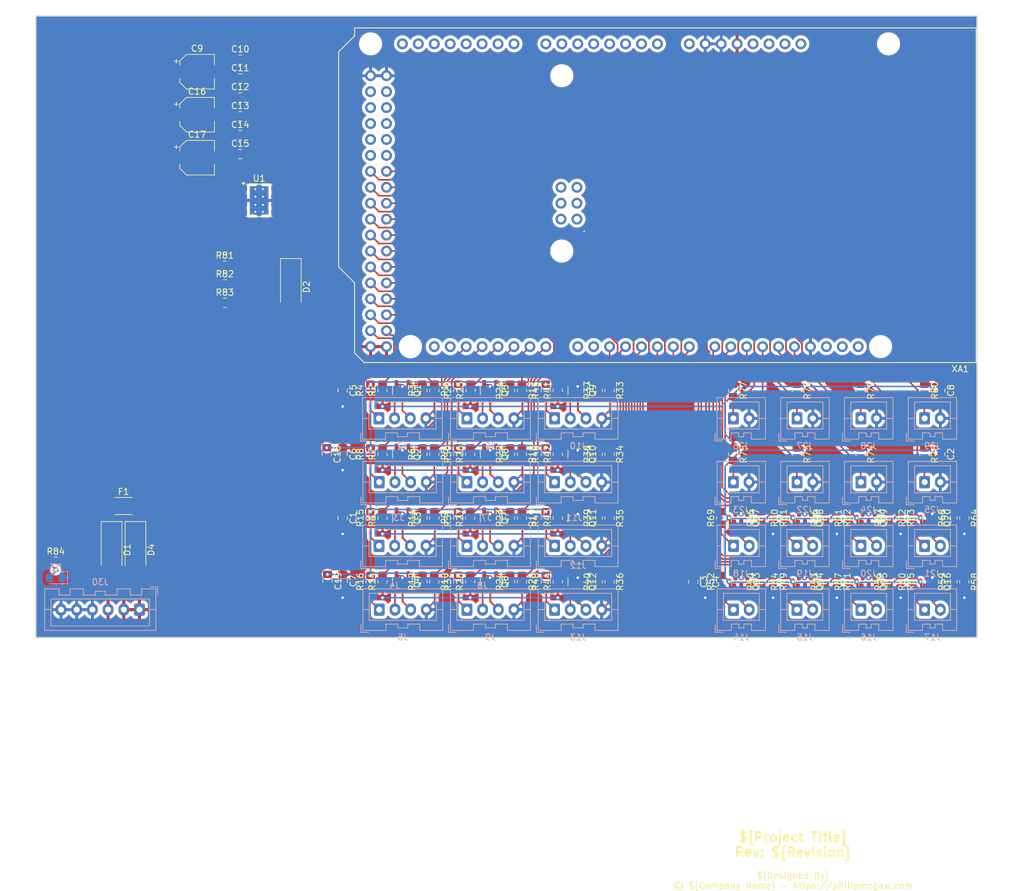
<source format=kicad_pcb>
(kicad_pcb (version 20241229) (generator "pcbnew") (generator_version "9.0")
  (title_block (title "${Project Title}") (date "2025-07-26") (rev "${Revision}") (company "${Company Name}") (comment 1 "${Designed By}"))
  (layers (0 "F.Cu" signal) (2 "B.Cu" signal) (13 "F.Paste" user) (15 "B.Paste" user) (5 "F.SilkS" user "F.Silkscreen") (7 "B.SilkS" user "B.Silkscreen") (1 "F.Mask" user) (3 "B.Mask" user) (25 "Edge.Cuts" user))
  (property "Company Name" "Philip McGaw.")
  (property "Designed By" "Designed by Philip McGaw - philip@mcgaw.eu")
  (property "Project Title" "KiCAD common library")
  (property "Revision" "0.1")
  (property "Website" "https://philipmcgaw.com")
  (net 0 "")
  (net 1 "GND")
  (net 2 "Net-(J2-Pin_3)")
  (net 3 "Net-(Q1-G)")
  (net 4 "/Back Button Connectors/BackButton1")
  (net 5 "+5V")
  (net 6 "Net-(J3-Pin_3)")
  (net 7 "Net-(J2-Pin_1)")
  (net 10 "/Shrimp/ADC_I")
  (net 29 "/Shrimp/ADC_V")
  (net 38 "Net-(J3-Pin_1)")
  (net 39 "/Back Button Connectors/BackButton2")
  (net 40 "Net-(J4-Pin_3)")
  (net 41 "/Back Button Connectors/BackButton3")
  (net 42 "Net-(J4-Pin_1)")
  (net 43 "/Back Button Connectors/BackButton4")
  (net 44 "Net-(J5-Pin_1)")
  (net 45 "Net-(J5-Pin_3)")
  (net 46 "/Back Button Connectors/BackButton5")
  (net 47 "Net-(J6-Pin_1)")
  (net 48 "Net-(J6-Pin_3)")
  (net 49 "Net-(J7-Pin_3)")
  (net 50 "Net-(J7-Pin_1)")
  (net 51 "/Back Button Connectors/BackButton6")
  (net 52 "Net-(J8-Pin_3)")
  (net 53 "/Back Button Connectors/BackButton7")
  (net 54 "Net-(J8-Pin_1)")
  (net 55 "Net-(J9-Pin_1)")
  (net 56 "/Back Button Connectors/BackButton8")
  (net 57 "Net-(J9-Pin_3)")
  (net 58 "/Back Button Connectors/BackButton9")
  (net 59 "Net-(J10-Pin_1)")
  (net 60 "Net-(J10-Pin_3)")
  (net 61 "Net-(J11-Pin_3)")
  (net 62 "/Back Button Connectors/BackButton10")
  (net 63 "Net-(J11-Pin_1)")
  (net 64 "Net-(J12-Pin_3)")
  (net 65 "Net-(J12-Pin_1)")
  (net 66 "/Back Button Connectors/BackButton11")
  (net 67 "Net-(J13-Pin_3)")
  (net 68 "Net-(J13-Pin_1)")
  (net 69 "/Back Button Connectors/BackButton12")
  (net 70 "Net-(Q2-G)")
  (net 71 "Net-(Q3-G)")
  (net 72 "Net-(Q4-G)")
  (net 73 "Net-(Q5-G)")
  (net 74 "Net-(Q6-G)")
  (net 75 "Net-(Q7-G)")
  (net 76 "Net-(Q8-G)")
  (net 77 "Net-(Q9-G)")
  (net 78 "Net-(Q10-G)")
  (net 79 "Net-(Q11-G)")
  (net 80 "Net-(Q12-G)")
  (net 81 "/Back Button Connectors/BackLED1")
  (net 82 "/Back Button Connectors/BackLED2")
  (net 83 "/Back Button Connectors/BackLED3")
  (net 84 "/Back Button Connectors/BackLED4")
  (net 85 "/Back Button Connectors/BackLED5")
  (net 86 "/Back Button Connectors/BackLED6")
  (net 87 "/Back Button Connectors/BackLED7")
  (net 88 "/Back Button Connectors/BackLED8")
  (net 89 "/Back Button Connectors/BackLED9")
  (net 90 "/Back Button Connectors/BackLED10")
  (net 91 "/Back Button Connectors/BackLED11")
  (net 92 "/Back Button Connectors/BackLED12")
  (net 93 "Net-(Q13-G)")
  (net 94 "Net-(J14-Pin_2)")
  (net 95 "Net-(J14-Pin_1)")
  (net 96 "Net-(J15-Pin_1)")
  (net 97 "Net-(J15-Pin_2)")
  (net 98 "Net-(J16-Pin_1)")
  (net 99 "Net-(J16-Pin_2)")
  (net 100 "Net-(Q14-G)")
  (net 101 "Net-(Q15-G)")
  (net 102 "/Misc Lights/EyesLight1")
  (net 103 "/Misc Lights/EyesLight2")
  (net 104 "/Misc Lights/NoseLight")
  (net 105 "Net-(J17-Pin_1)")
  (net 106 "Net-(J17-Pin_2)")
  (net 107 "Net-(J18-Pin_2)")
  (net 108 "Net-(J18-Pin_1)")
  (net 109 "Net-(J19-Pin_1)")
  (net 110 "Net-(J19-Pin_2)")
  (net 111 "Net-(J20-Pin_1)")
  (net 112 "Net-(J20-Pin_2)")
  (net 113 "Net-(J21-Pin_1)")
  (net 114 "Net-(J21-Pin_2)")
  (net 115 "Net-(Q16-G)")
  (net 116 "Net-(Q17-G)")
  (net 117 "Net-(Q18-G)")
  (net 118 "Net-(Q19-G)")
  (net 119 "Net-(Q20-G)")
  (net 120 "/Misc Lights/SpaireLight1")
  (net 121 "/Misc Lights/SpaireLight2")
  (net 122 "/Misc Lights/SpaireLight3")
  (net 123 "/Misc Lights/SpaireLight4")
  (net 124 "/Misc Lights/SpaireLight5")
  (net 125 "/Misc Switches/DoorBut2")
  (net 126 "/Misc Switches/DoorBut1")
  (net 127 "/Misc Switches/SpaireBut1")
  (net 128 "/Misc Switches/SpaireBut2")
  (net 129 "/Misc Switches/SpaireBut3")
  (net 130 "/Misc Switches/SpaireBut4")
  (net 131 "/Misc Switches/SpaireBut5")
  (net 132 "/Misc Switches/SpaireBut6")
  (net 133 "/Shrimp/NoseServo1")
  (net 134 "/Shrimp/TailServo2")
  (net 135 "/Shrimp/NoseServo2")
  (net 137 "/Shrimp/SpairServo2")
  (net 138 "/Shrimp/NeckServo")
  (net 139 "/Shrimp/EarServo2")
  (net 140 "/Shrimp/EarServo1")
  (net 141 "/Shrimp/SpairServo3")
  (net 144 "Vin+Ve")
  (net 145 "Net-(U1-SS)")
  (net 146 "Net-(U1-COMP)")
  (net 147 "Net-(C13-Pad2)")
  (net 148 "Net-(D2-K)")
  (net 149 "Net-(U1-BOOT)")
  (net 150 "Vin+Ve (fused)")
  (net 151 "Net-(D3-A)")
  (net 152 "Net-(U1-VSENSE)")
  (net 154 "+VDC")
  (net 155 "+BATT")
  (net 156 "/Shrimp/TailServo1")
  (net 157 "/Shrimp/SpairServo1")
  (net 158 "Button +Ve")
  (footprint "Package_TO_SOT_SMD:SOT-23" (layer "F.Cu") (at 177.185 120.015 -90)
    (property "Reference" "Q15")
    (property "Value" "2N7002")
  )
  (footprint "Resistor_SMD:R_0805_2012Metric_Pad1.20x1.40mm_HandSolder" (layer "F.Cu") (at 125.73 89.535 90)
    (property "Reference" "R45")
    (property "Value" "330")
  )
  (footprint "Resistor_SMD:R_0805_2012Metric_Pad1.20x1.40mm_HandSolder" (layer "F.Cu") (at 106.045 89.535 90)
    (property "Reference" "R3")
    (property "Value" "330")
  )
  (footprint "Package_TO_SOT_SMD:SOT-23" (layer "F.Cu") (at 130.81 89.535 -90)
    (property "Reference" "Q9")
    (property "Value" "2N7002")
  )
  (footprint "Capacitor_SMD:C_0805_2012Metric_Pad1.18x1.45mm_HandSolder" (layer "F.Cu") (at 77.025 42.835)
    (property "Reference" "C12")
    (property "Value" "10pF")
  )
  (footprint "Resistor_SMD:R_0805_2012Metric_Pad1.20x1.40mm_HandSolder" (layer "F.Cu") (at 175.895 89.535 -90)
    (property "Reference" "R79")
    (property "Value" "10k")
  )
  (footprint "Resistor_SMD:R_0805_2012Metric_Pad1.20x1.40mm_HandSolder" (layer "F.Cu") (at 120.015 99.695 90)
    (property "Reference" "R22")
    (property "Value" "330")
  )
  (footprint "Diode_SMD:D_SMA_Handsoldering" (layer "F.Cu") (at 85.09 73.025 -90)
    (property "Reference" "D2")
    (property "Value" "SS34")
  )
  (footprint "Resistor_SMD:R_0805_2012Metric_Pad1.20x1.40mm_HandSolder" (layer "F.Cu") (at 99.695 99.695 90)
    (property "Reference" "R7")
    (property "Value" "10k")
  )
  (footprint "Capacitor_SMD:C_0805_2012Metric_Pad1.18x1.45mm_HandSolder" (layer "F.Cu") (at 77.025 36.815)
    (property "Reference" "C10")
    (property "Value" "0.1μF")
  )
  (footprint "Resistor_SMD:R_0805_2012Metric_Pad1.20x1.40mm_HandSolder" (layer "F.Cu") (at 111.76 99.695 90)
    (property "Reference" "R30")
    (property "Value" "330")
  )
  (footprint "Diode_SMD:D_SMA_Handsoldering" (layer "F.Cu") (at 56.515 114.935 -90)
    (property "Reference" "D1")
    (property "Value" "SS34")
  )
  (footprint "Package_TO_SOT_SMD:SOT-23" (layer "F.Cu") (at 102.87 89.535 -90)
    (property "Reference" "Q1")
    (property "Value" "2N7002")
  )
  (footprint "Capacitor_SMD:CP_Elec_5x5.9" (layer "F.Cu") (at 70.145 38.735)
    (property "Reference" "C9")
    (property "Value" "100μF")
  )
  (footprint "Resistor_SMD:R_0805_2012Metric_Pad1.20x1.40mm_HandSolder" (layer "F.Cu") (at 106.045 120.015 90)
    (property "Reference" "R12")
    (property "Value" "330")
  )
  (footprint "Resistor_SMD:R_0805_2012Metric_Pad1.20x1.40mm_HandSolder" (layer "F.Cu") (at 163.85 120.015 90)
    (property "Reference" "R54")
    (property "Value" "330")
  )
  (footprint "Resistor_SMD:R_0805_2012Metric_Pad1.20x1.40mm_HandSolder" (layer "F.Cu") (at 174.01 109.855 90)
    (property "Reference" "R71")
    (property "Value" "330")
  )
  (footprint "Resistor_SMD:R_0805_2012Metric_Pad1.20x1.40mm_HandSolder" (layer "F.Cu") (at 190.52 109.855 90)
    (property "Reference" "R68")
    (property "Value" "330")
  )
  (footprint "Resistor_SMD:R_0805_2012Metric_Pad1.20x1.40mm_HandSolder" (layer "F.Cu") (at 133.985 120.015 90)
    (property "Reference" "R40")
    (property "Value" "330")
  )
  (footprint "Package_TO_SOT_SMD:SOT-23" (layer "F.Cu") (at 102.87 99.695 -90)
    (property "Reference" "Q2")
    (property "Value" "2N7002")
  )
  (footprint "Resistor_SMD:R_0805_2012Metric_Pad1.20x1.40mm_HandSolder" (layer "F.Cu") (at 161.945 109.855 -90)
    (property "Reference" "R61")
    (property "Value" "10k")
  )
  (footprint "Resistor_SMD:R_0805_2012Metric_Pad1.20x1.40mm_HandSolder" (layer "F.Cu") (at 174.01 120.015 90)
    (property "Reference" "R57")
    (property "Value" "330")
  )
  (footprint "Resistor_SMD:R_0805_2012Metric_Pad1.20x1.40mm_HandSolder" (layer "F.Cu") (at 135.89 99.695 -90)
    (property "Reference" "R34")
    (property "Value" "10k")
  )
  (footprint "Resistor_SMD:R_0805_2012Metric_Pad1.20x1.40mm_HandSolder" (layer "F.Cu") (at 135.89 120.015 -90)
    (property "Reference" "R36")
    (property "Value" "10k")
  )
  (footprint "Resistor_SMD:R_0805_2012Metric_Pad1.20x1.40mm_HandSolder" (layer "F.Cu") (at 107.95 109.855 -90)
    (property "Reference" "R9")
    (property "Value" "10k")
  )
  (footprint "Capacitor_SMD:CP_Elec_5x5.9" (layer "F.Cu") (at 70.145 45.585)
    (property "Reference" "C16")
    (property "Value" "47μF")
  )
  (footprint "Resistor_SMD:R_0805_2012Metric_Pad1.20x1.40mm_HandSolder" (layer "F.Cu") (at 155.575 99.695 -90)
    (property "Reference" "R75")
    (property "Value" "10k")
  )
  (footprint "Resistor_SMD:R_0805_2012Metric_Pad1.20x1.40mm_HandSolder" (layer "F.Cu") (at 127.635 109.855 90)
    (property "Reference" "R43")
    (property "Value" "10k")
  )
  (footprint "Resistor_SMD:R_0805_2012Metric_Pad1.20x1.40mm_HandSolder" (layer "F.Cu") (at 153.69 120.015 90)
    (property "Reference" "R52")
    (property "Value" "330")
  )
  (footprint "Resistor_SMD:R_0805_2012Metric_Pad1.20x1.40mm_HandSolder" (layer "F.Cu") (at 125.73 120.015 90)
    (property "Reference" "R48")
    (property "Value" "330")
  )
  (footprint "Package_TO_SOT_SMD:SOT-23" (layer "F.Cu") (at 116.84 89.535 -90)
    (property "Reference" "Q5")
    (property "Value" "2N7002")
  )
  (footprint "Resistor_SMD:R_0805_2012Metric_Pad1.20x1.40mm_HandSolder" (layer "F.Cu") (at 192.425 120.015 -90)
    (property "Reference" "R58")
    (property "Value" "10k")
  )
  (footprint "Resistor_SMD:R_0805_2012Metric_Pad1.20x1.40mm_HandSolder" (layer "F.Cu") (at 113.725 89.535 90)
    (property "Reference" "R25")
    (property "Value" "10k")
  )
  (footprint "Resistor_SMD:R_0805_2012Metric_Pad1.20x1.40mm_HandSolder" (layer "F.Cu") (at 74.565 72.615)
    (property "Reference" "R82")
    (property "Value" "10k2")
  )
  (footprint "Resistor_SMD:R_0805_2012Metric_Pad1.20x1.40mm_HandSolder" (layer "F.Cu") (at 170.2 109.855 90)
    (property "Reference" "R66")
    (property "Value" "330")
  )
  (footprint "Resistor_SMD:R_0805_2012Metric_Pad1.20x1.40mm_HandSolder" (layer "F.Cu") (at 99.695 109.855 90)
    (property "Reference" "R13")
    (property "Value" "10k")
  )
  (footprint "Resistor_SMD:R_0805_2012Metric_Pad1.20x1.40mm_HandSolder" (layer "F.Cu") (at 160.04 109.855 90)
    (property "Reference" "R65")
    (property "Value" "330")
  )
  (footprint "Resistor_SMD:R_0805_2012Metric_Pad1.20x1.40mm_HandSolder" (layer "F.Cu") (at 172.105 120.015 -90)
    (property "Reference" "R51")
    (property "Value" "10k")
  )
  (footprint "Resistor_SMD:R_0805_2012Metric_Pad1.20x1.40mm_HandSolder" (layer "F.Cu") (at 180.36 120.015 90)
    (property "Reference" "R56")
    (property "Value" "330")
  )
  (footprint "Capacitor_SMD:C_0805_2012Metric_Pad1.18x1.45mm_HandSolder" (layer "F.Cu") (at 93.345 99.695 -90)
    (property "Reference" "C6")
    (property "Value" "C_Small")
  )
  (footprint "Resistor_SMD:R_0805_2012Metric_Pad1.20x1.40mm_HandSolder" (layer "F.Cu") (at 107.95 99.695 -90)
    (property "Reference" "R5")
    (property "Value" "10k")
  )
  (footprint "Resistor_SMD:R_0805_2012Metric_Pad1.20x1.40mm_HandSolder" (layer "F.Cu") (at 121.92 89.535 -90)
    (property "Reference" "R17")
    (property "Value" "10k")
  )
  (footprint "Resistor_SMD:R_0805_2012Metric_Pad1.20x1.40mm_HandSolder" (layer "F.Cu") (at 97.79 99.695 90)
    (property "Reference" "R8")
    (property "Value" "330")
  )
  (footprint "Resistor_SMD:R_0805_2012Metric_Pad1.20x1.40mm_HandSolder" (layer "F.Cu") (at 165.735 99.695 -90)
    (property "Reference" "R73")
    (property "Value" "10k")
  )
  (footprint "Package_TO_SOT_SMD:SOT-23" (layer "F.Cu") (at 187.345 109.855 -90)
    (property "Reference" "Q20")
    (property "Value" "2N7002")
  )
  (footprint "Resistor_SMD:R_0805_2012Metric_Pad1.20x1.40mm_HandSolder" (layer "F.Cu") (at 111.76 109.855 90)
    (property "Reference" "R31")
    (property "Value" "330")
  )
  (footprint "Capacitor_SMD:C_0805_2012Metric_Pad1.18x1.45mm_HandSolder" (layer "F.Cu") (at 77.025 39.825)
    (property "Reference" "C11")
    (property "Value" "10nF")
  )
  (footprint "Resistor_SMD:R_0805_2012Metric_Pad1.20x1.40mm_HandSolder" (layer "F.Cu") (at 182.265 109.855 -90)
    (property "Reference" "R63")
    (property "Value" "10k")
  )
  (footprint "Resistor_SMD:R_0805_2012Metric_Pad1.20x1.40mm_HandSolder" (layer "F.Cu") (at 160.04 120.015 90)
    (property "Reference" "R50")
    (property "Value" "330")
  )
  (footprint "Resistor_SMD:R_0805_2012Metric_Pad1.20x1.40mm_HandSolder" (layer "F.Cu") (at 113.665 120.015 90)
    (property "Reference" "R28")
    (property "Value" "10k")
  )
  (footprint "Capacitor_SMD:C_0805_2012Metric_Pad1.18x1.45mm_HandSolder" (layer "F.Cu") (at 77.025 45.845)
    (property "Reference" "C13")
    (property "Value" "1nF")
  )
  (footprint "Resistor_SMD:R_0805_2012Metric_Pad1.20x1.40mm_HandSolder" (layer "F.Cu") (at 133.985 99.695 90)
    (property "Reference" "R38")
    (property "Value" "330")
  )
  (footprint "Package_SO:TI_SO-PowerPAD-8_ThermalVias" (layer "F.Cu") (at 80.035 59.25)
    (property "Reference" "U1")
    (property "Value" "TPS54331D")
  )
  (footprint "Resistor_SMD:R_0805_2012Metric_Pad1.20x1.40mm_HandSolder" (layer "F.Cu") (at 106.045 99.695 90)
    (property "Reference" "R6")
    (property "Value" "330")
  )
  (footprint "Package_TO_SOT_SMD:SOT-23" (layer "F.Cu") (at 102.87 120.015 -90)
    (property "Reference" "Q4")
    (property "Value" "2N7002")
  )
  (footprint "Resistor_SMD:R_0805_2012Metric_Pad1.20x1.40mm_HandSolder" (layer "F.Cu") (at 97.79 89.535 90)
    (property "Reference" "R4")
    (property "Value" "330")
  )
  (footprint "Resistor_SMD:R_0805_2012Metric_Pad1.20x1.40mm_HandSolder" (layer "F.Cu") (at 182.265 120.015 -90)
    (property "Reference" "R55")
    (property "Value" "10k")
  )
  (footprint "Resistor_SMD:R_0805_2012Metric_Pad1.20x1.40mm_HandSolder" (layer "F.Cu") (at 180.36 109.855 90)
    (property "Reference" "R67")
    (property "Value" "330")
  )
  (footprint "Resistor_SMD:R_0805_2012Metric_Pad1.20x1.40mm_HandSolder" (layer "F.Cu") (at 111.76 120.015 90)
    (property "Reference" "R32")
    (property "Value" "330")
  )
  (footprint "Resistor_SMD:R_0805_2012Metric_Pad1.20x1.40mm_HandSolder" (layer "F.Cu") (at 120.015 109.855 90)
    (property "Reference" "R23")
    (property "Value" "330")
  )
  (footprint "Resistor_SMD:R_0805_2012Metric_Pad1.20x1.40mm_HandSolder" (layer "F.Cu") (at 127.635 120.015 90)
    (property "Reference" "R44")
    (property "Value" "10k")
  )
  (footprint "Resistor_SMD:R_0805_2012Metric_Pad1.20x1.40mm_HandSolder" (layer "F.Cu") (at 172.105 109.855 -90)
    (property "Reference" "R62")
    (property "Value" "10k")
  )
  (footprint "Resistor_SMD:R_0805_2012Metric_Pad1.20x1.40mm_HandSolder" (layer "F.Cu") (at 113.665 99.695 90)
    (property "Reference" "R26")
    (property "Value" "10k")
  )
  (footprint "Resistor_SMD:R_0805_2012Metric_Pad1.20x1.40mm_HandSolder" (layer "F.Cu") (at 127.635 89.535 90)
    (property "Reference" "R41")
    (property "Value" "10k")
  )
  (footprint "Resistor_SMD:R_0805_2012Metric_Pad1.20x1.40mm_HandSolder" (layer "F.Cu") (at 133.985 109.855 90)
    (property "Reference" "R39")
    (property "Value" "330")
  )
  (footprint "Resistor_SMD:R_0805_2012Metric_Pad1.20x1.40mm_HandSolder" (layer "F.Cu") (at 47.625 116.84)
    (property "Reference" "R84")
    (property "Value" "1k")
  )
  (footprint "Package_TO_SOT_SMD:SOT-23" (layer "F.Cu") (at 116.84 120.015 -90)
    (property "Reference" "Q8")
    (property "Value" "2N7002")
  )
  (footprint "Resistor_SMD:R_0805_2012Metric_Pad1.20x1.40mm_HandSolder" (layer "F.Cu") (at 190.52 120.015 90)
    (property "Reference" "R59")
    (property "Value" "330")
  )
  (footprint "Resistor_SMD:R_0805_2012Metric_Pad1.20x1.40mm_HandSolder" (layer "F.Cu") (at 121.92 109.855 -90)
    (property "Reference" "R19")
    (property "Value" "10k")
  )
  (footprint "Resistor_SMD:R_0805_2012Metric_Pad1.20x1.40mm_HandSolder" (layer "F.Cu") (at 111.76 89.535 90)
    (property "Reference" "R29")
    (property "Value" "330")
  )
  (footprint "Package_TO_SOT_SMD:SOT-23" (layer "F.Cu") (at 156.865 109.855 -90)
    (property "Reference" "Q17")
    (property "Value" "2N7002")
  )
  (footprint "Resistor_SMD:R_0805_2012Metric_Pad1.20x1.40mm_HandSolder" (layer "F.Cu") (at 120.015 120.015 90)
    (property "Reference" "R24")
    (property "Value" "330")
  )
  (footprint "Resistor_SMD:R_0805_2012Metric_Pad1.20x1.40mm_HandSolder" (layer "F.Cu") (at 74.565 75.565)
    (property "Reference" "R83")
    (property "Value" "1k96")
  )
  (footprint "Resistor_SMD:R_0805_2012Metric_Pad1.20x1.40mm_HandSolder" (layer "F.Cu") (at 74.565 69.665)
    (property "Reference" "R81")
    (property "Value" "29.4k")
  )
  (footprint "Resistor_SMD:R_0805_2012Metric_Pad1.20x1.40mm_HandSolder" (layer "F.Cu") (at 107.95 89.535 -90)
    (property "Reference" "R1")
    (property "Value" "10k")
  )
  (footprint "Resistor_SMD:R_0805_2012Metric_Pad1.20x1.40mm_HandSolder" (layer "F.Cu") (at 127.635 99.695 90)
    (property "Reference" "R42")
    (property "Value" "10k")
  )
  (footprint "Diode_SMD:D_SMA_Handsoldering" (layer "F.Cu") (at 60.325 114.935 -90)
    (property "Reference" "D4")
    (property "Value" "SS34")
  )
  (footprint "Capacitor_SMD:C_0805_2012Metric_Pad1.18x1.45mm_HandSolder" (layer "F.Cu") (at 77.025 51.865)
    (property "Reference" "C15")
    (property "Value" "0.1uF")
  )
  (footprint "Resistor_SMD:R_0805_2012Metric_Pad1.20x1.40mm_HandSolder" (layer "F.Cu") (at 170.2 120.015 90)
    (property "Reference" "R53")
    (property "Value" "330")
  )
  (footprint "Package_TO_SOT_SMD:SOT-23" (layer "F.Cu") (at 130.81 99.695 -90)
    (property "Reference" "Q10")
    (property "Value" "2N7002")
  )
  (footprint "Resistor_SMD:R_0805_2012Metric_Pad1.20x1.40mm_HandSolder" (layer "F.Cu") (at 121.92 99.695 -90)
    (property "Reference" "R18")
    (property "Value" "10k")
  )
  (footprint "Resistor_SMD:R_0805_2012Metric_Pad1.20x1.40mm_HandSolder" (layer "F.Cu") (at 106.045 109.855 90)
    (property "Reference" "R11")
    (property "Value" "330")
  )
  (footprint "Package_TO_SOT_SMD:SOT-23" (layer "F.Cu") (at 156.865 120.015 -90)
    (property "Reference" "Q13")
    (property "Value" "2N7002")
  )
  (footprint "Resistor_SMD:R_0805_2012Metric_Pad1.20x1.40mm_HandSolder" (layer "F.Cu") (at 184.17 120.015 90)
    (property "Reference" "R60")
    (property "Value" "330")
  )
  (footprint "Resistor_SMD:R_0805_2012Metric_Pad1.20x1.40mm_HandSolder" (layer "F.Cu") (at 184.17 109.855 90)
    (property "Reference" "R72")
    (property "Value" "330")
  )
  (footprint "Package_TO_SOT_SMD:SOT-23" (layer "F.Cu") (at 167.025 109.855 -90)
    (property "Reference" "Q18")
    (property "Value" "2N7002")
  )
  (footprint "Capacitor_SMD:C_0805_2012Metric_Pad1.18x1.45mm_HandSolder" (layer "F.Cu") (at 77.025 48.855)
    (property "Reference" "C14")
    (property "Value" "0.1uF")
  )
  (footprint "Resistor_SMD:R_0805_2012Metric_Pad1.20x1.40mm_HandSolder" (layer "F.Cu") (at 135.89 89.535 -90)
    (property "Reference" "R33")
    (property "Value" "10k")
  )
  (footprint "Resistor_SMD:R_0805_2012Metric_Pad1.20x1.40mm_HandSolder" (layer "F.Cu") (at 161.945 120.015 -90)
    (property "Reference" "R49")
    (property "Value" "10k")
  )
  (footprint "Fuse:Fuse_2010_5025Metric_Pad1.52x2.65mm_HandSolder" (layer "F.Cu") (at 58.42 107.95)
    (property "Reference" "F1")
    (property "Value" "Fuse")
  )
  (footprint "Resistor_SMD:R_0805_2012Metric_Pad1.20x1.40mm_HandSolder" (layer "F.Cu") (at 113.665 109.855 90)
    (property "Reference" "R27")
    (property "Value" "10k")
  )
  (footprint "Resistor_SMD:R_0805_2012Metric_Pad1.20x1.40mm_HandSolder" (layer "F.Cu") (at 107.95 120.015 -90)
    (property "Reference" "R10")
    (property "Value" "10k")
  )
  (footprint "Resistor_SMD:R_0805_2012Metric_Pad1.20x1.40mm_HandSolder" (layer "F.Cu") (at 163.85 109.855 90)
    (property "Reference" "R70")
    (property "Value" "330")
  )
  (footprint "Arduino:Arduino_Mega2560_Shield" (layer "F.Cu") (at 194.31 31.75 180)
    (property "Reference" "XA1")
    (property "Value" "Arduino_Mega2560_Shield")
  )
  (footprint "Resistor_SMD:R_0805_2012Metric_Pad1.20x1.40mm_HandSolder" (layer "F.Cu") (at 175.895 99.695 -90)
    (property "Reference" "R74")
    (property "Value" "10k")
  )
  (footprint "Resistor_SMD:R_0805_2012Metric_Pad1.20x1.40mm_HandSolder" (layer "F.Cu") (at 192.425 109.855 -90)
    (property "Reference" "R64")
    (property "Value" "10k")
  )
  (footprint "Package_TO_SOT_SMD:SOT-23" (layer "F.Cu") (at 187.345 120.015 -90)
    (property "Reference" "Q16")
    (property "Value" "2N7002")
  )
  (footprint "Resistor_SMD:R_0805_2012Metric_Pad1.20x1.40mm_HandSolder" (layer "F.Cu") (at 120.015 89.535 90)
    (property "Reference" "R21")
    (property "Value" "330")
  )
  (footprint "Package_TO_SOT_SMD:SOT-23" (layer "F.Cu") (at 130.81 109.855 -90)
    (property "Reference" "Q11")
    (property "Value" "2N7002")
  )
  (footprint "Package_TO_SOT_SMD:SOT-23" (layer "F.Cu") (at 167.025 120.015 -90)
    (property "Reference" "Q14")
    (property "Value" "2N7002")
  )
  (footprint "Capacitor_SMD:C_0805_2012Metric_Pad1.18x1.45mm_HandSolder" (layer "F.Cu") (at 188.595 99.695 -90)
    (property "Reference" "C2")
    (property "Value" "C_Small")
  )
  (footprint "Resistor_SMD:R_0805_2012Metric_Pad1.20x1.40mm_HandSolder" (layer "F.Cu") (at 125.73 99.695 90)
    (property "Reference" "R46")
    (property "Value" "330")
  )
  (footprint "Package_TO_SOT_SMD:SOT-23" (layer "F.Cu") (at 130.81 120.015 -90)
    (property "Reference" "Q12")
    (property "Value" "2N7002")
  )
  (footprint "Capacitor_SMD:C_0805_2012Metric_Pad1.18x1.45mm_HandSolder" (layer "F.Cu") (at 93.345 89.535 -90)
    (property "Reference" "C5")
    (property "Value" "C_Small")
  )
  (footprint "Resistor_SMD:R_0805_2012Metric_Pad1.20x1.40mm_HandSolder" (layer "F.Cu") (at 97.79 109.855 90)
    (property "Reference" "R15")
    (property "Value" "330")
  )
  (footprint "Capacitor_SMD:C_0805_2012Metric_Pad1.18x1.45mm_HandSolder" (layer "F.Cu") (at 93.345 109.855 -90)
    (property "Reference" "C1")
    (property "Value" "C_Small")
  )
  (footprint "Capacitor_SMD:C_0805_2012Metric_Pad1.18x1.45mm_HandSolder" (layer "F.Cu") (at 151.13 120.015 -90)
    (property "Reference" "C4")
    (property "Value" "C_Small")
  )
  (footprint "Capacitor_SMD:C_0805_2012Metric_Pad1.18x1.45mm_HandSolder" (layer "F.Cu") (at 149.225 120.015 -90)
    (property "Reference" "C3")
    (property "Value" "C_Small")
  )
  (footprint "Capacitor_SMD:C_0805_2012Metric_Pad1.18x1.45mm_HandSolder" (layer "F.Cu") (at 90.932 119.888 -90)
    (property "Reference" "C19")
    (property "Value" "C_Small")
  )
  (footprint "Resistor_SMD:R_0805_2012Metric_Pad1.20x1.40mm_HandSolder" (layer "F.Cu") (at 155.575 89.535 -90)
    (property "Reference" "R77")
    (property "Value" "10k")
  )
  (footprint "Capacitor_SMD:CP_Elec_5x5.9" (layer "F.Cu") (at 70.145 52.435)
    (property "Reference" "C17")
    (property "Value" "47μF")
  )
  (footprint "Resistor_SMD:R_0805_2012Metric_Pad1.20x1.40mm_HandSolder" (layer "F.Cu") (at 99.695 120.015 90)
    (property "Reference" "R14")
    (property "Value" "10k")
  )
  (footprint "Resistor_SMD:R_0805_2012Metric_Pad1.20x1.40mm_HandSolder" (layer "F.Cu") (at 186.055 89.535 -90)
    (property "Reference" "R80")
    (property "Value" "10k")
  )
  (footprint "Resistor_SMD:R_0805_2012Metric_Pad1.20x1.40mm_HandSolder" (layer "F.Cu") (at 121.92 120.015 -90)
    (property "Reference" "R20")
    (property "Value" "10k")
  )
  (footprint "Resistor_SMD:R_0805_2012Metric_Pad1.20x1.40mm_HandSolder" (layer "F.Cu") (at 165.735 89.535 -90)
    (property "Reference" "R78")
    (property "Value" "10k")
  )
  (footprint "Resistor_SMD:R_0805_2012Metric_Pad1.20x1.40mm_HandSolder" (layer "F.Cu") (at 153.69 109.855 90)
    (property "Reference" "R69")
    (property "Value" "330")
  )
  (footprint "Package_TO_SOT_SMD:SOT-23" (layer "F.Cu") (at 116.84 99.695 -90)
    (property "Reference" "Q6")
    (property "Value" "2N7002")
  )
  (footprint "Capacitor_SMD:C_0805_2012Metric_Pad1.18x1.45mm_HandSolder" (layer "F.Cu") (at 188.595 89.535 -90)
    (property "Reference" "C8")
    (property "Value" "C_Small")
  )
  (footprint "Resistor_SMD:R_0805_2012Metric_Pad1.20x1.40mm_HandSolder" (layer "F.Cu") (at 133.985 89.535 90)
    (property "Reference" "R37")
    (property "Value" "330")
  )
  (footprint "Package_TO_SOT_SMD:SOT-23" (layer "F.Cu") (at 102.87 109.855 -90)
    (property "Reference" "Q3")
    (property "Value" "2N7002")
  )
  (footprint "Capacitor_SMD:C_0805_2012Metric_Pad1.18x1.45mm_HandSolder" (layer "F.Cu") (at 93.345 119.888 -90)
    (property "Reference" "C7")
    (property "Value" "C_Small")
  )
  (footprint "Resistor_SMD:R_0805_2012Metric_Pad1.20x1.40mm_HandSolder" (layer "F.Cu") (at 135.89 109.895 -90)
    (property "Reference" "R35")
    (property "Value" "10k")
  )
  (footprint "Capacitor_SMD:C_0805_2012Metric_Pad1.18x1.45mm_HandSolder" (layer "F.Cu") (at 90.805 99.695 -90)
    (property "Reference" "C18")
    (property "Value" "C_Small")
  )
  (footprint "Package_TO_SOT_SMD:SOT-23" (layer "F.Cu") (at 116.84 109.855 -90)
    (property "Reference" "Q7")
    (property "Value" "2N7002")
  )
  (footprint "Package_TO_SOT_SMD:SOT-23" (layer "F.Cu") (at 177.185 109.855 -90)
    (property "Reference" "Q19")
    (property "Value" "2N7002")
  )
  (footprint "Resistor_SMD:R_0805_2012Metric_Pad1.20x1.40mm_HandSolder" (layer "F.Cu") (at 99.695 89.535 90)
    (property "Reference" "R2")
    (property "Value" "10k")
  )
  (footprint "Resistor_SMD:R_0805_2012Metric_Pad1.20x1.40mm_HandSolder" (layer "F.Cu") (at 97.79 120.015 90)
    (property "Reference" "R16")
    (property "Value" "330")
  )
  (footprint "Resistor_SMD:R_0805_2012Metric_Pad1.20x1.40mm_HandSolder" (layer "F.Cu") (at 125.73 109.855 90)
    (property "Reference" "R47")
    (property "Value" "330")
  )
  (footprint "Resistor_SMD:R_0805_2012Metric_Pad1.20x1.40mm_HandSolder" (layer "F.Cu") (at 186.055 99.695 -90)
    (property "Reference" "R76")
    (property "Value" "10k")
  )
  (footprint "Connector_JST:JST_XA_B02B-XASK-1_1x02_P2.50mm_Vertical" (layer "B.Cu") (at 165.775 93.98)
    (property "Reference" "J27")
    (property "Value" "But4")
  )
  (footprint "Connector_JST:JST_XA_B02B-XASK-1_1x02_P2.50mm_Vertical" (layer "B.Cu") (at 186.095 124.46)
    (property "Reference" "J17")
    (property "Value" "S1")
  )
  (footprint "Connector_JST:JST_XA_B02B-XASK-1_1x02_P2.50mm_Vertical" (layer "B.Cu") (at 175.935 124.46)
    (property "Reference" "J16")
    (property "Value" "Nose")
  )
  (footprint "Connector_JST:JST_XA_B02B-XASK-1_1x02_P2.50mm_Vertical" (layer "B.Cu") (at 175.935 104.14)
    (property "Reference" "J24")
    (property "Value" "But1")
  )
  (footprint "Connector_JST:JST_XA_B02B-XASK-1_1x02_P2.50mm_Vertical" (layer "B.Cu") (at 175.935 114.3)
    (property "Reference" "J20")
    (property "Value" "S4")
  )
  (footprint "Connector_JST:JST_XA_B02B-XASK-1_1x02_P2.50mm_Vertical" (layer "B.Cu") (at 155.615 104.14)
    (property "Reference" "J23")
    (property "Value" "Door1")
  )
  (footprint "Connector_JST:JST_XA_B04B-XASK-1_1x04_P2.50mm_Vertical" (layer "B.Cu") (at 113.15 114.3)
    (property "Reference" "J8")
    (property "Value" "Back_7")
  )
  (footprint "Connector_JST:JST_XA_B04B-XASK-1_1x04_P2.50mm_Vertical" (layer "B.Cu") (at 113.15 93.98)
    (property "Reference" "J6")
    (property "Value" "Back_5")
  )
  (footprint "Connector_JST:JST_XA_B04B-XASK-1_1x04_P2.50mm_Vertical" (layer "B.Cu") (at 113.15 104.14)
    (property "Reference" "J7")
    (property "Value" "Back_6")
  )
  (footprint "Connector_JST:JST_XA_B02B-XASK-1_1x02_P2.50mm_Vertical" (layer "B.Cu") (at 165.755 114.3)
    (property "Reference" "J19")
    (property "Value" "S3")
  )
  (footprint "Connector_JST:JST_XA_B04B-XASK-1_1x04_P2.50mm_Vertical" (layer "B.Cu") (at 99.18 104.14)
    (property "Reference" "J3")
    (property "Value" "Back_2")
  )
  (footprint "Connector_JST:JST_XA_B02B-XASK-1_1x02_P2.50mm_Vertical" (layer "B.Cu") (at 165.775 104.14)
    (property "Reference" "J22")
    (property "Value" "Door2")
  )
  (footprint "Connector_JST:JST_XA_B04B-XASK-1_1x04_P2.50mm_Vertical" (layer "B.Cu") (at 99.18 124.46)
    (property "Reference" "J5")
    (property "Value" "Back_4")
  )
  (footprint "Connector_JST:JST_XA_B04B-XASK-1_1x04_P2.50mm_Vertical" (layer "B.Cu") (at 127.12 93.98)
    (property "Reference" "J10")
    (property "Value" "Back_9")
  )
  (footprint "Connector_JST:JST_XA_B02B-XASK-1_1x02_P2.50mm_Vertical" (layer "B.Cu") (at 186.095 93.98)
    (property "Reference" "J29")
    (property "Value" "But6")
  )
  (footprint "Connector_JST:JST_XA_B04B-XASK-1_1x04_P2.50mm_Vertical" (layer "B.Cu") (at 127.12 104.14)
    (property "Reference" "J11")
    (property "Value" "Back_10")
  )
  (footprint "Connector_JST:JST_XA_B02B-XASK-1_1x02_P2.50mm_Vertical" (layer "B.Cu") (at 155.635 124.46)
    (property "Reference" "J14")
    (property "Value" "Eye1")
  )
  (footprint "Connector_JST:JST_XA_B02B-XASK-1_1x02_P2.50mm_Vertical" (layer "B.Cu") (at 186.095 104.14)
    (property "Reference" "J25")
    (property "Value" "But2")
  )
  (footprint "Connector_JST:JST_XA_B04B-XASK-1_1x04_P2.50mm_Vertical" (layer "B.Cu") (at 99.14 114.3)
    (property "Reference" "J4")
    (property "Value" "Back_3")
  )
  (footprint "Connector_JST:JST_XA_B02B-XASK-1_1x02_P2.50mm_Vertical" (layer "B.Cu") (at 155.635 114.3)
    (property "Reference" "J18")
    (property "Value" "S2")
  )
  (footprint "Connector_JST:JST_XA_B04B-XASK-1_1x04_P2.50mm_Vertical" (layer "B.Cu") (at 99.12 93.98)
    (property "Reference" "J2")
    (property "Value" "Back_1")
  )
  (footprint "Connector_JST:JST_XA_B04B-XASK-1_1x04_P2.50mm_Vertical" (layer "B.Cu") (at 113.15 124.46)
    (property "Reference" "J9")
    (property "Value" "Back_8")
  )
  (footprint "Connector_JST:JST_XA_B04B-XASK-1_1x04_P2.50mm_Vertical" (layer "B.Cu") (at 127.12 114.3)
    (property "Reference" "J12")
    (property "Value" "Back_11")
  )
  (footprint "Connector_JST:JST_XA_B02B-XASK-1_1x02_P2.50mm_Vertical" (layer "B.Cu") (at 155.615 93.98)
    (property "Reference" "J26")
    (property "Value" "But3")
  )
  (footprint "Connector_JST:JST_XA_B02B-XASK-1_1x02_P2.50mm_Vertical" (layer "B.Cu") (at 175.935 93.98)
    (property "Reference" "J28")
    (property "Value" "But5")
  )
  (footprint "Connector_JST:JST_XA_B04B-XASK-1_1x04_P2.50mm_Vertical" (layer "B.Cu") (at 127.12 124.46)
    (property "Reference" "J13")
    (property "Value" "Back_12")
  )
  (footprint "Connector_JST:JST_XA_B02B-XASK-1_1x02_P2.50mm_Vertical" (layer "B.Cu") (at 186.095 114.3)
    (property "Reference" "J21")
    (property "Value" "S5")
  )
  (footprint "Diode_SMD:D_0805_2012Metric_Pad1.15x1.40mm_HandSolder" (layer "B.Cu") (at 47.625 119.38 180)
    (property "Reference" "D3")
    (property "Value" "Green")
  )
  (footprint "Connector_JST:JST_XA_B06B-XASK-1_1x06_P2.50mm_Vertical" (layer "B.Cu") (at 60.96 124.46 180)
    (property "Reference" "J30")
    (property "Value" "Power")
  )
  (footprint "Connector_JST:JST_XA_B02B-XASK-1_1x02_P2.50mm_Vertical" (layer "B.Cu") (at 165.755 124.46)
    (property "Reference" "J15")
    (property "Value" "Eye2")
  )
  (gr_rect (start 44.45 29.845) (end 194.45 128.905) (stroke (width 0.2)) (fill no) (layer "Edge.Cuts"))
  (gr_text "${COMMENT1}\n© ${COMPANY} - ${Website}" (at 165.1 167.64 0) (layer "F.SilkS") (effects (font (size 1 1))))
  (gr_text "${TITLE}\nRev: ${REVISION}" (at 165.1 161.925 0) (layer "F.SilkS") (effects (font (size 1.5 1.5) (thickness 0.3) (bold yes))))
  (segment (start 93.345 100.7325) (end 93.345 102.235) (width 0.25) (layer "F.Cu") (net 1))
  (segment (start 156.5625 119.0775) (end 156.865 119.38) (width 0.25) (layer "F.Cu") (net 1))
  (segment (start 155.915 119.0775) (end 156.5625 119.0775) (width 0.25) (layer "F.Cu") (net 1))
  (segment (start 107.95 90.535) (end 107.95 92.65) (width 0.25) (layer "F.Cu") (net 1))
  (segment (start 176.195 108.9175) (end 176.8425 108.9175) (width 0.25) (layer "F.Cu") (net 1))
  (segment (start 121.98 92.65) (end 120.65 93.98) (width 0.25) (layer "F.Cu") (net 1))
  (segment (start 135.95 112.97) (end 134.62 114.3) (width 0.25) (layer "F.Cu") (net 1))
  (segment (start 102.5675 119.0775) (end 102.87 119.38) (width 0.25) (layer "F.Cu") (net 1))
  (segment (start 121.98 112.97) (end 120.65 114.3) (width 0.25) (layer "F.Cu") (net 1))
  (segment (start 192.425 110.855) (end 192.425 112.395) (width 0.25) (layer "F.Cu") (net 1))
  (segment (start 108.01 121.015) (end 108.01 123.13) (width 0.25) (layer "F.Cu") (net 1))
  (segment (start 116.5375 98.7575) (end 116.84 99.06) (width 0.25) (layer "F.Cu") (net 1))
  (segment (start 115.89 88.5975) (end 116.5375 88.5975) (width 0.25) (layer "F.Cu") (net 1))
  (segment (start 155.875 108.9175) (end 156.5225 108.9175) (width 0.25) (layer "F.Cu") (net 1))
  (segment (start 108.01 123.13) (end 106.68 124.46) (width 0.25) (layer "F.Cu") (net 1))
  (segment (start 115.89 98.7575) (end 116.5375 98.7575) (width 0.25) (layer "F.Cu") (net 1))
  (segment (start 107.95 100.695) (end 107.95 102.87) (width 0.25) (layer "F.Cu") (net 1))
  (segment (start 108.01 112.97) (end 106.68 114.3) (width 0.25) (layer "F.Cu") (net 1))
  (segment (start 161.945 110.855) (end 161.945 112.395) (width 0.25) (layer "F.Cu") (net 1))
  (segment (start 130.5075 98.7575) (end 130.81 99.06) (width 0.25) (layer "F.Cu") (net 1))
  (segment (start 182.265 121.015) (end 182.265 122.555) (width 0.25) (layer "F.Cu") (net 1))
  (segment (start 166.035 108.9175) (end 166.6825 108.9175) (width 0.25) (layer "F.Cu") (net 1))
  (segment (start 134.62 102.025) (end 134.62 104.14) (width 0.25) (layer "F.Cu") (net 1))
  (segment (start 102.5675 88.5975) (end 102.87 88.9) (width 0.25) (layer "F.Cu") (net 1))
  (segment (start 102.5675 108.9175) (end 102.87 109.22) (width 0.25) (layer "F.Cu") (net 1))
  (segment (start 116.5375 108.9175) (end 116.84 109.22) (width 0.25) (layer "F.Cu") (net 1))
  (segment (start 101.92 98.7575) (end 102.5675 98.7575) (width 0.25) (layer "F.Cu") (net 1))
  (segment (start 107.95 102.87) (end 106.68 104.14) (width 0.25) (layer "F.Cu") (net 1))
  (segment (start 130.5075 108.9175) (end 130.81 109.22) (width 0.25) (layer "F.Cu") (net 1))
  (segment (start 129.86 108.9175) (end 130.5075 108.9175) (width 0.25) (layer "F.Cu") (net 1))
  (segment (start 172.105 110.855) (end 172.105 112.395) (width 0.25) (layer "F.Cu") (net 1))
  (segment (start 135.95 90.535) (end 135.95 92.65) (width 0.25) (layer "F.Cu") (net 1))
  (segment (start 93.345 90.5725) (end 93.345 92.075) (width 0.25) (layer "F.Cu") (net 1))
  (segment (start 149.225 121.0525) (end 151.13 121.0525) (width 0.25) (layer "F.Cu") (net 1))
  (segment (start 192.425 121.015) (end 192.425 122.555) (width 0.25) (layer "F.Cu") (net 1))
  (segment (start 135.95 100.695) (end 134.62 102.025) (width 0.25) (layer "F.Cu") (net 1))
  (segment (start 101.92 119.0775) (end 102.5675 119.0775) (width 0.25) (layer "F.Cu") (net 1))
  (segment (start 161.945 121.015) (end 161.945 122.555) (width 0.25) (layer "F.Cu") (net 1))
  (segment (start 135.95 110.855) (end 135.95 112.97) (width 0.25) (layer "F.Cu") (net 1))
  (segment (start 108.01 110.855) (end 108.01 112.97) (width 0.25) (layer "F.Cu") (net 1))
  (segment (start 121.92 121.075) (end 121.92 123.19) (width 0.25) (layer "F.Cu") (net 1))
  (segment (start 121.98 102.81) (end 120.65 104.14) (width 0.25) (layer "F.Cu") (net 1))
  (segment (start 135.95 92.65) (end 134.62 93.98) (width 0.25) (layer "F.Cu") (net 1))
  (segment (start 135.95 123.13) (end 134.62 124.46) (width 0.25) (layer "F.Cu") (net 1))
  (segment (start 176.195 119.0775) (end 176.8425 119.0775) (width 0.25) (layer "F.Cu") (net 1))
  (segment (start 115.89 119.0775) (end 116.5375 119.0775) (width 0.25) (layer "F.Cu") (net 1))
  (segment (start 129.86 119.0775) (end 130.5075 119.0775) (width 0.25) (layer "F.Cu") (net 1))
  (segment (start 101.92 88.5975) (end 102.5675 88.5975) (width 0.25) (layer "F.Cu") (net 1))
  (segment (start 151.13 121.0525) (end 151.13 122.555) (width 0.25) (layer "F.Cu") (net 1))
  (segment (start 102.5675 98.7575) (end 102.87 99.06) (width 0.25) (layer "F.Cu") (net 1))
  (segment (start 115.89 108.9175) (end 116.5375 108.9175) (width 0.25) (layer "F.Cu") (net 1))
  (segment (start 135.95 121.015) (end 135.95 123.13) (width 0.25) (layer "F.Cu") (net 1))
  (segment (start 101.92 108.9175) (end 102.5675 108.9175) (width 0.25) (layer "F.Cu") (net 1))
  (segment (start 186.355 108.9175) (end 187.0025 108.9175) (width 0.25) (layer "F.Cu") (net 1))
  (segment (start 93.345 110.8925) (end 93.345 112.395) (width 0.25) (layer "F.Cu") (net 1))
  (segment (start 121.92 123.19) (end 120.65 124.46) (width 0.25) (layer "F.Cu") (net 1))
  (segment (start 129.86 88.5975) (end 130.5075 88.5975) (width 0.25) (layer "F.Cu") (net 1))
  (segment (start 107.95 92.65) (end 106.62 93.98) (width 0.25) (layer "F.Cu") (net 1))
  (segment (start 121.98 90.535) (end 121.98 92.65) (width 0.25) (layer "F.Cu") (net 1))
  (segment (start 130.5075 88.5975) (end 130.81 88.9) (width 0.25) (layer "F.Cu") (net 1))
  (segment (start 186.355 119.0775) (end 187.0025 119.0775) (width 0.25) (layer "F.Cu") (net 1))
  (segment (start 121.98 100.695) (end 121.98 102.81) (width 0.25) (layer "F.Cu") (net 1))
  (segment (start 116.5375 119.0775) (end 116.84 119.38) (width 0.25) (layer "F.Cu") (net 1))
  (segment (start 165.995 119.0775) (end 166.6425 119.0775) (width 0.25) (layer "F.Cu") (net 1))
  (segment (start 172.105 121.015) (end 172.105 122.555) (width 0.25) (layer "F.Cu") (net 1))
  (segment (start 188.595 100.7325) (end 188.595 104.14) (width 0.25) (layer "F.Cu") (net 1))
  (segment (start 93.345 121.0525) (end 93.345 122.555) (width 0.25) (layer "F.Cu") (net 1))
  (segment (start 130.5075 119.0775) (end 130.81 119.38) (width 0.25) (layer "F.Cu") (net 1))
  (segment (start 129.86 98.7575) (end 130.5075 98.7575) (width 0.25) (layer "F.Cu") (net 1))
  (segment (start 188.595 90.5725) (end 188.595 93.98) (width 0.25) (layer "F.Cu") (net 1))
  (segment (start 116.5375 88.5975) (end 116.84 88.9) (width 0.25) (layer "F.Cu") (net 1))
  (segment (start 182.265 110.855) (end 182.265 112.395) (width 0.25) (layer "F.Cu") (net 1))
  (segment (start 121.98 110.855) (end 121.98 112.97) (width 0.25) (layer "F.Cu") (net 1))
  (via (at 192.425 122.555) (size 0.8) (drill 0.4) (layers "F.Cu" "B.Cu") (net 1))
  (via (at 93.345 92.075) (size 0.8) (drill 0.4) (layers "F.Cu" "B.Cu") (net 1))
  (via (at 161.945 122.555) (size 0.8) (drill 0.4) (layers "F.Cu" "B.Cu") (net 1))
  (via (at 187.305 109.22) (size 0.8) (drill 0.4) (layers "F.Cu" "B.Cu") (net 1))
  (via (at 182.265 112.395) (size 0.8) (drill 0.4) (layers "F.Cu" "B.Cu") (net 1))
  (via (at 177.145 119.38) (size 0.8) (drill 0.4) (layers "F.Cu" "B.Cu") (net 1))
  (via (at 102.87 99.06) (size 0.8) (drill 0.4) (layers "F.Cu" "B.Cu") (net 1))
  (via (at 102.87 119.38) (size 0.8) (drill 0.4) (layers "F.Cu" "B.Cu") (net 1))
  (via (at 166.945 119.38) (size 0.8) (drill 0.4) (layers "F.Cu" "B.Cu") (net 1))
  (via (at 156.825 109.22) (size 0.8) (drill 0.4) (layers "F.Cu" "B.Cu") (net 1))
  (via (at 156.865 119.38) (size 0.8) (drill 0.4) (layers "F.Cu" "B.Cu") (net 1))
  (via (at 177.145 109.22) (size 0.8) (drill 0.4) (layers "F.Cu" "B.Cu") (net 1))
  (via (at 116.84 119.38) (size 0.8) (drill 0.4) (layers "F.Cu" "B.Cu") (net 1))
  (via (at 172.105 122.555) (size 0.8) (drill 0.4) (layers "F.Cu" "B.Cu") (net 1))
  (via (at 93.345 102.235) (size 0.8) (drill 0.4) (layers "F.Cu" "B.Cu") (net 1))
  (via (at 102.87 88.9) (size 0.8) (drill 0.4) (layers "F.Cu" "B.Cu") (net 1))
  (via (at 130.81 109.22) (size 0.8) (drill 0.4) (layers "F.Cu" "B.Cu") (net 1))
  (via (at 182.265 122.555) (size 0.8) (drill 0.4) (layers "F.Cu" "B.Cu") (net 1))
  (via (at 166.985 109.22) (size 0.8) (drill 0.4) (layers "F.Cu" "B.Cu") (net 1))
  (via (at 130.81 99.06) (size 0.8) (drill 0.4) (layers "F.Cu" "B.Cu") (net 1))
  (via (at 116.84 99.06) (size 0.8) (drill 0.4) (layers "F.Cu" "B.Cu") (net 1))
  (via (at 102.87 109.22) (size 0.8) (drill 0.4) (layers "F.Cu" "B.Cu") (net 1))
  (via (at 172.105 112.395) (size 0.8) (drill 0.4) (layers "F.Cu" "B.Cu") (net 1))
  (via (at 192.425 112.395) (size 0.8) (drill 0.4) (layers "F.Cu" "B.Cu") (net 1))
  (via (at 151.13 122.555) (size 0.8) (drill 0.4) (layers "F.Cu" "B.Cu") (net 1))
  (via (at 93.345 122.555) (size 0.8) (drill 0.4) (layers "F.Cu" "B.Cu") (net 1))
  (via (at 93.345 112.395) (size 0.8) (drill 0.4) (layers "F.Cu" "B.Cu") (net 1))
  (via (at 116.84 88.9) (size 0.8) (drill 0.4) (layers "F.Cu" "B.Cu") (net 1))
  (via (at 130.81 88.9) (size 0.8) (drill 0.4) (layers "F.Cu" "B.Cu") (net 1))
  (via (at 130.81 119.38) (size 0.8) (drill 0.4) (layers "F.Cu" "B.Cu") (net 1))
  (via (at 161.945 112.395) (size 0.8) (drill 0.4) (layers "F.Cu" "B.Cu") (net 1))
  (via (at 116.84 109.22) (size 0.8) (drill 0.4) (layers "F.Cu" "B.Cu") (net 1))
  (via (at 187.305 119.38) (size 0.8) (drill 0.4) (layers "F.Cu" "B.Cu") (net 1))
  (segment (start 102.87 92.73) (end 104.12 93.98) (width 0.25) (layer "F.Cu") (net 2))
  (segment (start 102.87 90.4725) (end 102.87 92.73) (width 0.25) (layer "F.Cu") (net 2))
  (segment (start 106.045 88.535) (end 103.8825 88.535) (width 0.25) (layer "F.Cu") (net 3))
  (segment (start 101.235657 81.1996) (end 101.5196 81.483543) (width 0.25) (layer "F.Cu") (net 4))
  (segment (start 98.9796 81.1996) (end 97.79 80.01) (width 0.25) (layer "F.Cu") (net 4))
  (segment (start 101.62 90.46) (end 101.62 93.98) (width 0.25) (layer "F.Cu") (net 4))
  (segment (start 101.5196 81.483543) (end 101.5196 86.7104) (width 0.25) (layer "F.Cu") (net 4))
  (segment (start 101.5196 86.7104) (end 99.695 88.535) (width 0.25) (layer "F.Cu") (net 4))
  (segment (start 101.235657 81.1996) (end 98.9796 81.1996) (width 0.25) (layer "F.Cu") (net 4))
  (segment (start 99.695 88.535) (end 101.62 90.46) (width 0.25) (layer "F.Cu") (net 4))
  (segment (start 96.764 99.695) (end 98.695 99.695) (width 0.25) (layer "F.Cu") (net 5))
  (segment (start 154.95 120.005) (end 154.96 120.015) (width 0.25) (layer "F.Cu") (net 5))
  (segment (start 113.665 100.695) (end 113.665 102.235) (width 0.25) (layer "F.Cu") (net 5))
  (segment (start 97.79 86.495) (end 96.764 87.521) (width 0.25) (layer "F.Cu") (net 5))
  (segment (start 98.695 120.015) (end 99.695 121.015) (width 0.25) (layer "F.Cu") (net 5))
  (segment (start 127.635 90.535) (end 127.635 92.075) (width 0.25) (layer "F.Cu") (net 5))
  (segment (start 188.595 88.4975) (end 187.7275 88.4975) (width 0.25) (layer "F.Cu") (net 5))
  (segment (start 166.64 98.695) (end 167.005 99.06) (width 0.25) (layer "F.Cu") (net 5))
  (segment (start 155.575 98.695) (end 156.48 98.695) (width 0.25) (layer "F.Cu") (net 5))
  (segment (start 186.055 88.535) (end 186.96 88.535) (width 0.25) (layer "F.Cu") (net 5))
  (segment (start 186.055 98.695) (end 186.96 98.695) (width 0.25) (layer "F.Cu") (net 5))
  (segment (start 153.69 119.015) (end 149.2625 119.015) (width 0.25) (layer "F.Cu") (net 5))
  (segment (start 96.764 110.49) (end 96.764 119.610514) (width 0.25) (layer "F.Cu") (net 5))
  (segment (start 99.695 121.015) (end 99.695 122.555) (width 0.25) (layer "F.Cu") (net 5))
  (segment (start 155.575 88.535) (end 156.48 88.535) (width 0.25) (layer "F.Cu") (net 5))
  (segment (start 156.48 98.695) (end 156.845 99.06) (width 0.25) (layer "F.Cu") (net 5))
  (segment (start 156.48 88.535) (end 156.845 88.9) (width 0.25) (layer "F.Cu") (net 5))
  (segment (start 96.764 109.929) (end 96.764 110.49) (width 0.25) (layer "F.Cu") (net 5))
  (segment (start 153.96 108.855) (end 154.95 109.845) (width 0.25) (layer "F.Cu") (net 5))
  (segment (start 175.895 88.535) (end 176.8 88.535) (width 0.25) (layer "F.Cu") (net 5))
  (segment (start 185.43 120.005) (end 185.44 120.015) (width 0.25) (layer "F.Cu") (net 5))
  (segment (start 99.695 90.535) (end 98.695 89.535) (width 0.25) (layer "F.Cu") (net 5))
  (segment (start 175.895 98.695) (end 176.8 98.695) (width 0.25) (layer "F.Cu") (net 5))
  (segment (start 99.695 90.535) (end 99.695 92.075) (width 0.25) (layer "F.Cu") (net 5))
  (segment (start 99.695 100.695) (end 99.695 102.235) (width 0.25) (layer "F.Cu") (net 5))
  (segment (start 188.595 98.6575) (end 187.7275 98.6575) (width 0.25) (layer "F.Cu") (net 5))
  (segment (start 166.64 88.535) (end 167.005 88.9) (width 0.25) (layer "F.Cu") (net 5))
  (segment (start 127.635 110.855) (end 127.635 112.395) (width 0.25) (layer "F.Cu") (net 5))
  (segment (start 127.635 100.695) (end 127.635 102.235) (width 0.25) (layer "F.Cu") (net 5))
  (segment (start 96.764 89.535) (end 96.764 97.669) (width 0.25) (layer "F.Cu") (net 5))
  (segment (start 113.665 110.855) (end 113.665 112.395) (width 0.25) (layer "F.Cu") (net 5))
  (segment (start 187.7275 88.4975) (end 187.325 88.9) (width 0.25) (layer "F.Cu") (net 5))
  (segment (start 96.764 99.695) (end 96.764 97.669) (width 0.25) (layer "F.Cu") (net 5))
  (segment (start 184.44 119.015) (end 185.43 120.005) (width 0.25) (layer "F.Cu") (net 5))
  (segment (start 164.12 108.855) (end 165.11 109.845) (width 0.25) (layer "F.Cu") (net 5))
  (segment (start 96.764 87.521) (end 96.764 89.535) (width 0.25) (layer "F.Cu") (net 5))
  (segment (start 185.43 109.845) (end 185.44 109.855) (width 0.25) (layer "F.Cu") (net 5))
  (segment (start 100.33 82.55) (end 97.79 82.55) (width 0.25) (layer "F.Cu") (net 5))
  (segment (start 99.695 110.855) (end 99.695 112.395) (width 0.25) (layer "F.Cu") (net 5))
  (segment (start 96.764 110.49) (end 96.764 107.829) (width 0.25) (layer "F.Cu") (net 5))
  (segment (start 165.735 88.535) (end 166.64 88.535) (width 0.25) (layer "F.Cu") (net 5))
  (segment (start 176.8 98.695) (end 177.165 99.06) (width 0.25) (layer "F.Cu") (net 5))
  (segment (start 127.635 121.015) (end 127.635 122.555) (width 0.25) (layer "F.Cu") (net 5))
  (segment (start 165.11 120.005) (end 165.12 120.015) (width 0.25) (layer "F.Cu") (net 5))
  (segment (start 97.79 82.55) (end 97.79 86.495) (width 0.25) (layer "F.Cu") (net 5))
  (segment (start 165.11 109.845) (end 165.12 109.855) (width 0.25) (layer "F.Cu") (net 5))
  (segment (start 113.665 90.535) (end 113.665 92.075) (width 0.25) (layer "F.Cu") (net 5))
  (segment (start 96.764 107.829) (end 96.764 99.695) (width 0.25) (layer "F.Cu") (net 5))
  (segment (start 98.695 99.695) (end 99.695 100.695) (width 0.25) (layer "F.Cu") (net 5))
  (segment (start 113.665 121.015) (end 113.665 122.555) (width 0.25) (layer "F.Cu") (net 5))
  (segment (start 175.27 120.005) (end 175.28 120.015) (width 0.25) (layer "F.Cu") (net 5))
  (segment (start 99.695 110.855) (end 98.769 109.929) (width 0.25) (layer "F.Cu") (net 5))
  (segment (start 153.96 119.015) (end 154.95 120.005) (width 0.25) (layer "F.Cu") (net 5))
  (segment (start 97.168486 120.015) (end 98.695 120.015) (width 0.25) (layer "F.Cu") (net 5))
  (segment (start 164.12 119.015) (end 165.11 120.005) (width 0.25) (layer "F.Cu") (net 5))
  (segment (start 184.44 108.855) (end 185.43 109.845) (width 0.25) (layer "F.Cu") (net 5))
  (segment (start 98.695 89.535) (end 96.764 89.535) (width 0.25) (layer "F.Cu") (net 5))
  (segment (start 98.769 109.929) (end 96.764 109.929) (width 0.25) (layer "F.Cu") (net 5))
  (segment (start 174.28 119.015) (end 175.27 120.005) (width 0.25) (layer "F.Cu") (net 5))
  (segment (start 186.96 98.695) (end 187.325 99.06) (width 0.25) (layer "F.Cu") (net 5))
  (segment (start 175.27 109.845) (end 175.28 109.855) (width 0.25) (layer "F.Cu") (net 5))
  (segment (start 165.735 98.695) (end 166.64 98.695) (width 0.25) (layer "F.Cu") (net 5))
  (segment (start 154.95 109.845) (end 154.96 109.855) (width 0.25) (layer "F.Cu") (net 5))
  (segment (start 176.8 88.535) (end 177.165 88.9) (width 0.25) (layer "F.Cu") (net 5))
  (segment (start 174.28 108.855) (end 175.27 109.845) (width 0.25) (layer "F.Cu") (net 5))
  (segment (start 187.7275 98.6575) (end 187.325 99.06) (width 0.25) (layer "F.Cu") (net 5))
  (segment (start 96.764 119.610514) (end 97.168486 120.015) (width 0.25) (layer "F.Cu") (net 5))
  (segment (start 186.96 88.535) (end 187.325 88.9) (width 0.25) (layer "F.Cu") (net 5))
  (via (at 156.845 99.06) (size 0.8) (drill 0.4) (layers "F.Cu" "B.Cu") (net 5))
  (via (at 154.95 120.005) (size 0.8) (drill 0.4) (layers "F.Cu" "B.Cu") (net 5))
  (via (at 113.665 112.395) (size 0.8) (drill 0.4) (layers "F.Cu" "B.Cu") (net 5))
  (via (at 99.695 102.235) (size 0.8) (drill 0.4) (layers "F.Cu" "B.Cu") (net 5))
  (via (at 185.43 120.005) (size 0.8) (drill 0.4) (layers "F.Cu" "B.Cu") (net 5))
  (via (at 113.665 122.555) (size 0.8) (drill 0.4) (layers "F.Cu" "B.Cu") (net 5))
  (via (at 99.695 92.075) (size 0.8) (drill 0.4) (layers "F.Cu" "B.Cu") (net 5))
  (via (at 127.635 92.075) (size 0.8) (drill 0.4) (layers "F.Cu" "B.Cu") (net 5))
  (via (at 113.665 92.075) (size 0.8) (drill 0.4) (layers "F.Cu" "B.Cu") (net 5))
  (via (at 165.11 120.005) (size 0.8) (drill 0.4) (layers "F.Cu" "B.Cu") (net 5))
  (via (at 165.11 109.845) (size 0.8) (drill 0.4) (layers "F.Cu" "B.Cu") (net 5))
  (via (at 167.005 99.06) (size 0.8) (drill 0.4) (layers "F.Cu" "B.Cu") (net 5))
  (via (at 99.695 122.555) (size 0.8) (drill 0.4) (layers "F.Cu" "B.Cu") (net 5))
  (via (at 177.165 99.06) (size 0.8) (drill 0.4) (layers "F.Cu" "B.Cu") (net 5))
  (via (at 113.665 102.235) (size 0.8) (drill 0.4) (layers "F.Cu" "B.Cu") (net 5))
  (via (at 127.635 102.235) (size 0.8) (drill 0.4) (layers "F.Cu" "B.Cu") (net 5))
  (via (at 127.635 122.555) (size 0.8) (drill 0.4) (layers "F.Cu" "B.Cu") (net 5))
  (via (at 167.005 88.9) (size 0.8) (drill 0.4) (layers "F.Cu" "B.Cu") (net 5))
  (via (at 187.325 99.06) (size 0.8) (drill 0.4) (layers "F.Cu" "B.Cu") (net 5))
  (via (at 175.27 109.845) (size 0.8) (drill 0.4) (layers "F.Cu" "B.Cu") (net 5))
  (via (at 154.95 109.845) (size 0.8) (drill 0.4) (layers "F.Cu" "B.Cu") (net 5))
  (via (at 185.43 109.845) (size 0.8) (drill 0.4) (layers "F.Cu" "B.Cu") (net 5))
  (via (at 175.27 120.005) (size 0.8) (drill 0.4) (layers "F.Cu" "B.Cu") (net 5))
  (via (at 99.695 112.395) (size 0.8) (drill 0.4) (layers "F.Cu" "B.Cu") (net 5))
  (via (at 156.845 88.9) (size 0.8) (drill 0.4) (layers "F.Cu" "B.Cu") (net 5))
  (via (at 127.635 112.395) (size 0.8) (drill 0.4) (layers "F.Cu" "B.Cu") (net 5))
  (via (at 177.165 88.9) (size 0.8) (drill 0.4) (layers "F.Cu" "B.Cu") (net 5))
  (via (at 187.325 88.9) (size 0.8) (drill 0.4) (layers "F.Cu" "B.Cu") (net 5))
  (segment (start 165.211 109.946) (end 175.169 109.946) (width 0.25) (layer "B.Cu") (net 5))
  (segment (start 99.695 92.075) (end 113.665 92.075) (width 0.25) (layer "B.Cu") (net 5))
  (segment (start 156.845 99.06) (end 154.305 96.52) (width 0.25) (layer "B.Cu") (net 5))
  (segment (start 175.371 120.106) (end 175.27 120.005) (width 0.25) (layer "B.Cu") (net 5))
  (segment (start 165.009 109.946) (end 165.11 109.845) (width 0.25) (layer "B.Cu") (net 5))
  (segment (start 177.165 99.06) (end 167.005 99.06) (width 0.25) (layer "B.Cu") (net 5))
  (segment (start 185.329 120.106) (end 175.371 120.106) (width 0.25) (layer "B.Cu") (net 5))
  (segment (start 154.305 119.36) (end 154.305 110.49) (width 0.25) (layer "B.Cu") (net 5))
  (segment (start 113.665 122.555) (end 127.635 122.555) (width 0.25) (layer "B.Cu") (net 5))
  (segment (start 165.009 120.106) (end 165.11 120.005) (width 0.25) (layer "B.Cu") (net 5))
  (segment (start 154.305 110.49) (end 154.95 109.845) (width 0.25) (layer "B.Cu") (net 5))
  (segment (start 187.325 99.06) (end 177.165 99.06) (width 0.25) (layer "B.Cu") (net 5))
  (segment (start 113.665 92.075) (end 127.635 92.075) (width 0.25) (layer "B.Cu") (net 5))
  (segment (start 155.051 109.946) (end 165.009 109.946) (width 0.25) (layer "B.Cu") (net 5))
  (segment (start 156.845 88.9) (end 153.67 92.075) (width 0.25) (layer "B.Cu") (net 5))
  (segment (start 155.051 120.106) (end 165.009 120.106) (width 0.25) (layer "B.Cu") (net 5))
  (segment (start 167.005 88.9) (end 177.165 88.9) (width 0.25) (layer "B.Cu") (net 5))
  (segment (start 154.305 96.52) (end 154.305 91.44) (width 0.25) (layer "B.Cu") (net 5))
  (segment (start 154.95 120.005) (end 154.305 119.36) (width 0.25) (layer "B.Cu") (net 5))
  (segment (start 127.635 102.235) (end 113.665 102.235) (width 0.25) (layer "B.Cu") (net 5))
  (segment (start 154.95 109.845) (end 154.305 109.2) (width 0.25) (layer "B.Cu") (net 5))
  (segment (start 113.665 102.235) (end 99.695 102.235) (width 0.25) (layer "B.Cu") (net 5))
  (segment (start 165.211 120.106) (end 175.169 120.106) (width 0.25) (layer "B.Cu") (net 5))
  (segment (start 175.169 109.946) (end 175.27 109.845) (width 0.25) (layer "B.Cu") (net 5))
  (segment (start 156.845 88.9) (end 167.005 88.9) (width 0.25) (layer "B.Cu") (net 5))
  (segment (start 154.95 109.845) (end 155.051 109.946) (width 0.25) (layer "B.Cu") (net 5))
  (segment (start 154.95 120.005) (end 155.051 120.106) (width 0.25) (layer "B.Cu") (net 5))
  (segment (start 165.11 109.845) (end 165.211 109.946) (width 0.25) (layer "B.Cu") (net 5))
  (segment (start 127.635 112.395) (end 113.665 112.395) (width 0.25) (layer "B.Cu") (net 5))
  (segment (start 175.169 120.106) (end 175.27 120.005) (width 0.25) (layer "B.Cu") (net 5))
  (segment (start 165.11 120.005) (end 165.211 120.106) (width 0.25) (layer "B.Cu") (net 5))
  (segment (start 175.371 109.946) (end 185.329 109.946) (width 0.25) (layer "B.Cu") (net 5))
  (segment (start 185.43 120.005) (end 185.329 120.106) (width 0.25) (layer "B.Cu") (net 5))
  (segment (start 99.695 122.555) (end 113.665 122.555) (width 0.25) (layer "B.Cu") (net 5))
  (segment (start 185.329 109.946) (end 185.43 109.845) (width 0.25) (layer "B.Cu") (net 5))
  (segment (start 175.27 109.845) (end 175.371 109.946) (width 0.25) (layer "B.Cu") (net 5))
  (segment (start 154.305 91.44) (end 156.845 88.9) (width 0.25) (layer "B.Cu") (net 5))
  (segment (start 99.695 112.395) (end 113.665 112.395) (width 0.25) (layer "B.Cu") (net 5))
  (segment (start 154.305 109.2) (end 154.305 101.6) (width 0.25) (layer "B.Cu") (net 5))
  (segment (start 154.305 101.6) (end 156.845 99.06) (width 0.25) (layer "B.Cu") (net 5))
  (segment (start 153.67 92.075) (end 127.635 92.075) (width 0.25) (layer "B.Cu") (net 5))
  (segment (start 156.845 99.06) (end 167.005 99.06) (width 0.25) (layer "B.Cu") (net 5))
  (segment (start 177.165 88.9) (end 187.325 88.9) (width 0.25) (layer "B.Cu") (net 5))
  (segment (start 102.87 99.9975) (end 102.87 102.83) (width 0.25) (layer "F.Cu") (net 6))
  (segment (start 102.87 102.83) (end 104.18 104.14) (width 0.25) (layer "F.Cu") (net 6))
  (segment (start 97.79 90.535) (end 97.79 92.65) (width 0.25) (layer "F.Cu") (net 7))
  (segment (start 97.79 92.65) (end 99.12 93.98) (width 0.25) (layer "F.Cu") (net 7))
  (segment (start 97.79 102.75) (end 99.18 104.14) (width 0.25) (layer "F.Cu") (net 38))
  (segment (start 97.79 100.695) (end 97.79 102.75) (width 0.25) (layer "F.Cu") (net 38))
  (segment (start 105.868115 96.52) (end 109.1386 93.249515) (width 0.25) (layer "F.Cu") (net 39))
  (segment (start 109.1386 93.249515) (end 109.1386 88.451996) (width 0.25) (layer "F.Cu") (net 39))
  (segment (start 101.68 100.68) (end 101.68 104.14) (width 0.25) (layer "F.Cu") (net 39))
  (segment (start 99.695 98.695) (end 101.68 100.68) (width 0.25) (layer "F.Cu") (net 39))
  (segment (start 101.87 96.52) (end 105.868115 96.52) (width 0.25) (layer "F.Cu") (net 39))
  (segment (start 109.1386 88.451996) (end 109.138 88.451396) (width 0.25) (layer "F.Cu") (net 39))
  (segment (start 109.138 88.451396) (end 109.138 86.442) (width 0.25) (layer "F.Cu") (net 39))
  (segment (start 99.695 98.695) (end 101.87 96.52) (width 0.25) (layer "F.Cu") (net 39))
  (segment (start 109.138 86.442) (end 113.03 82.55) (width 0.25) (layer "F.Cu") (net 39))
  (segment (start 102.93 113.05) (end 104.18 114.3) (width 0.25) (layer "F.Cu") (net 40))
  (segment (start 102.87 113.03) (end 104.14 114.3) (width 0.25) (layer "F.Cu") (net 40))
  (segment (start 102.93 110.7925) (end 102.93 113.05) (width 0.25) (layer "F.Cu") (net 40))
  (segment (start 102.87 110.7925) (end 102.87 113.03) (width 0.25) (layer "F.Cu") (net 40))
  (segment (start 99.755 108.855) (end 101.68 110.78) (width 0.25) (layer "F.Cu") (net 41))
  (segment (start 101.68 110.78) (end 101.68 114.3) (width 0.25) (layer "F.Cu") (net 41))
  (segment (start 102.856 105.694) (end 99.695 108.855) (width 0.25) (layer "F.Cu") (net 41))
  (segment (start 106.914115 105.694) (end 102.856 105.694) (width 0.25) (layer "F.Cu") (net 41))
  (segment (start 111.78209 86.255) (end 114.405 86.255) (width 0.25) (layer "F.Cu") (net 41))
  (segment (start 110.04 102.568115) (end 106.914115 105.694) (width 0.25) (layer "F.Cu") (net 41))
  (segment (start 114.405 86.255) (end 118.11 82.55) (width 0.25) (layer "F.Cu") (net 41))
  (segment (start 110.04 87.99709) (end 110.04 102.568115) (width 0.25) (layer "F.Cu") (net 41))
  (segment (start 111.78209 86.255) (end 110.04 87.99709) (width 0.25) (layer "F.Cu") (net 41))
  (segment (start 97.85 112.97) (end 99.18 114.3) (width 0.25) (layer "F.Cu") (net 42))
  (segment (start 97.85 110.855) (end 97.85 112.97) (width 0.25) (layer "F.Cu") (net 42))
  (segment (start 138.962 107.16081) (end 138.961 107.16181) (width 0.25) (layer "F.Cu") (net 43))
  (segment (start 138.961 111.747115) (end 134.503115 116.205) (width 0.25) (layer "F.Cu") (net 43))
  (segment (start 140.15 79.825) (end 142.1596 81.8346) (width 0.25) (layer "F.Cu") (net 43))
  (segment (start 101.68 120.94) (end 101.68 124.46) (width 0.25) (layer "F.Cu") (net 43))
  (segment (start 119.39405 69.85) (end 128.87405 79.33) (width 0.25) (layer "F.Cu") (net 43))
  (segment (start 139.065 87.62719) (end 139.065 87.632792) (width 0.25) (layer "F.Cu") (net 43))
  (segment (start 139.065 87.632792) (end 138.962 87.735792) (width 0.25) (layer "F.Cu") (net 43))
  (segment (start 138.961 107.16181) (end 138.961 111.747115) (width 0.25) (layer "F.Cu") (net 43))
  (segment (start 139.656396 79.33) (end 140.15 79.823604) (width 0.25) (layer "F.Cu") (net 43))
  (segment (start 142.1596 81.8346) (end 142.1596 84.53259) (width 0.25) (layer "F.Cu") (net 43))
  (segment (start 142.1596 84.53259) (end 139.065 87.62719) (width 0.25) (layer "F.Cu") (net 43))
  (segment (start 134.503115 116.205) (end 102.505 116.205) (width 0.25) (layer "F.Cu") (net 43))
  (segment (start 128.87405 79.33) (end 139.656396 79.33) (width 0.25) (layer "F.Cu") (net 43))
  (segment (start 140.15 79.823604) (end 140.15 79.825) (width 0.25) (layer "F.Cu") (net 43))
  (segment (start 138.962 87.735792) (end 138.962 107.16081) (width 0.25) (layer "F.Cu") (net 43))
  (segment (start 102.505 116.205) (end 99.695 119.015) (width 0.25) (layer "F.Cu") (net 43))
  (segment (start 99.755 119.015) (end 101.68 120.94) (width 0.25) (layer "F.Cu") (net 43))
  (segment (start 100.33 69.85) (end 119.39405 69.85) (width 0.25) (layer "F.Cu") (net 43))
  (segment (start 97.85 121.015) (end 97.85 123.13) (width 0.25) (layer "F.Cu") (net 44))
  (segment (start 97.85 123.13) (end 99.18 124.46) (width 0.25) (layer "F.Cu") (net 44))
  (segment (start 102.93 120.9525) (end 102.93 123.21) (width 0.25) (layer "F.Cu") (net 45))
  (segment (start 102.93 123.21) (end 104.18 124.46) (width 0.25) (layer "F.Cu") (net 45))
  (segment (start 102.87 121.5875) (end 102.87 123.15) (width 0.25) (layer "F.Cu") (net 45))
  (segment (start 102.87 123.15) (end 104.18 124.46) (width 0.25) (layer "F.Cu") (net 45))
  (segment (start 113.725 88.535) (end 115.65 90.46) (width 0.25) (layer "F.Cu") (net 46))
  (segment (start 115.804 87.156) (end 114.425 88.535) (width 0.25) (layer "F.Cu") (net 46))
  (segment (start 118.584 87.156) (end 115.804 87.156) (width 0.25) (layer "F.Cu") (net 46))
  (segment (start 123.19 82.55) (end 118.584 87.156) (width 0.25) (layer "F.Cu") (net 46))
  (segment (start 114.425 88.535) (end 113.725 88.535) (width 0.25) (layer "F.Cu") (net 46))
  (segment (start 115.65 90.46) (end 115.65 93.98) (width 0.25) (layer "F.Cu") (net 46))
  (segment (start 111.82 92.65) (end 113.15 93.98) (width 0.25) (layer "F.Cu") (net 47))
  (segment (start 111.82 90.535) (end 111.82 92.65) (width 0.25) (layer "F.Cu") (net 47))
  (segment (start 116.84 90.4725) (end 116.84 92.67) (width 0.25) (layer "F.Cu") (net 48))
  (segment (start 116.9 90.4725) (end 116.9 92.73) (width 0.25) (layer "F.Cu") (net 48))
  (segment (start 116.84 92.67) (end 118.15 93.98) (width 0.25) (layer "F.Cu") (net 48))
  (segment (start 116.9 92.73) (end 118.15 93.98) (width 0.25) (layer "F.Cu") (net 48))
  (segment (start 116.84 100.6325) (end 116.84 102.83) (width 0.25) (layer "F.Cu") (net 49))
  (segment (start 116.9 100.6325) (end 116.9 102.89) (width 0.25) (layer "F.Cu") (net 49))
  (segment (start 116.84 102.83) (end 118.15 104.14) (width 0.25) (layer "F.Cu") (net 49))
  (segment (start 116.9 102.89) (end 118.15 104.14) (width 0.25) (layer "F.Cu") (net 49))
  (segment (start 111.82 100.695) (end 111.82 102.81) (width 0.25) (layer "F.Cu") (net 50))
  (segment (start 111.82 102.81) (end 113.15 104.14) (width 0.25) (layer "F.Cu") (net 50))
  (segment (start 123.892138 78.8204) (end 127 81.928262) (width 0.25) (layer "F.Cu") (net 51))
  (segment (start 127 84.235141) (end 125.245141 85.99) (width 0.25) (layer "F.Cu") (net 51))
  (segment (start 115.65 100.62) (end 115.65 104.14) (width 0.25) (layer "F.Cu") (net 51))
  (segment (start 116.274001 96.785999) (end 114.365 98.695) (width 0.25) (layer "F.Cu") (net 51))
  (segment (start 122.946 87.423) (end 122.946 94.224) (width 0.25) (layer "F.Cu") (net 51))
  (segment (start 120.384001 96.785999) (end 116.274001 96.785999) (width 0.25) (layer "F.Cu") (net 51))
  (segment (start 99.1404 78.8204) (end 123.892138 78.8204) (width 0.25) (layer "F.Cu") (net 51))
  (segment (start 127 81.928262) (end 127 84.235141) (width 0.25) (layer "F.Cu") (net 51))
  (segment (start 113.725 98.695) (end 115.65 100.62) (width 0.25) (layer "F.Cu") (net 51))
  (segment (start 97.79 77.47) (end 99.1404 78.8204) (width 0.25) (layer "F.Cu") (net 51))
  (segment (start 114.365 98.695) (end 113.665 98.695) (width 0.25) (layer "F.Cu") (net 51))
  (segment (start 122.946 94.224) (end 120.384001 96.785999) (width 0.25) (layer "F.Cu") (net 51))
  (segment (start 125.245141 85.99) (end 124.379 85.99) (width 0.25) (layer "F.Cu") (net 51))
  (segment (start 124.379 85.99) (end 122.946 87.423) (width 0.25) (layer "F.Cu") (net 51))
  (segment (start 116.84 110.7925) (end 116.84 113.625) (width 0.25) (layer "F.Cu") (net 52))
  (segment (start 116.84 113.625) (end 118.15 114.935) (width 0.25) (layer "F.Cu") (net 52))
  (segment (start 125.617933 86.89) (end 124.900314 86.89) (width 0.25) (layer "F.Cu") (net 53))
  (segment (start 123.825 94.619206) (end 123.825 102.753115) (width 0.25) (layer "F.Cu") (net 53))
  (segment (start 123.825 102.753115) (end 119.625598 106.952517) (width 0.25) (layer "F.Cu") (net 53))
  (segment (start 114.365 108.855) (end 113.665 108.855) (width 0.25) (layer "F.Cu") (net 53))
  (segment (start 128.27 81.915) (end 128.27 84.237933) (width 0.25) (layer "F.Cu") (net 53))
  (segment (start 113.725 108.855) (end 115.65 110.78) (width 0.25) (layer "F.Cu") (net 53))
  (segment (start 97.79 74.93) (end 98.9796 76.1196) (width 0.25) (layer "F.Cu") (net 53))
  (segment (start 98.9796 76.1196) (end 122.4746 76.1196) (width 0.25) (layer "F.Cu") (net 53))
  (segment (start 119.625598 106.952517) (end 116.267483 106.952517) (width 0.25) (layer "F.Cu") (net 53))
  (segment (start 123.847 87.943314) (end 123.847 94.597206) (width 0.25) (layer "F.Cu") (net 53))
  (segment (start 128.27 84.237933) (end 125.617933 86.89) (width 0.25) (layer "F.Cu") (net 53))
  (segment (start 123.847 94.597206) (end 123.825 94.619206) (width 0.25) (layer "F.Cu") (net 53))
  (segment (start 124.900314 86.89) (end 123.847 87.943314) (width 0.25) (layer "F.Cu") (net 53))
  (segment (start 116.267483 106.952517) (end 114.365 108.855) (width 0.25) (layer "F.Cu") (net 53))
  (segment (start 115.65 110.78) (end 115.65 114.3) (width 0.25) (layer "F.Cu") (net 53))
  (segment (start 122.4746 76.1196) (end 128.27 81.915) (width 0.25) (layer "F.Cu") (net 53))
  (segment (start 111.82 112.97) (end 113.15 114.3) (width 0.25) (layer "F.Cu") (net 54))
  (segment (start 111.82 110.855) (end 111.82 112.97) (width 0.25) (layer "F.Cu") (net 54))
  (segment (start 111.82 123.13) (end 113.15 124.46) (width 0.25) (layer "F.Cu") (net 55))
  (segment (start 111.82 121.015) (end 111.82 123.13) (width 0.25) (layer "F.Cu") (net 55))
  (segment (start 116.267 117.113) (end 114.365 119.015) (width 0.25) (layer "F.Cu") (net 56))
  (segment (start 144.6996 83.9004) (end 139.864 88.736) (width 0.25) (layer "F.Cu") (net 56))
  (segment (start 134.873907 117.107) (end 134.867907 117.113) (width 0.25) (layer "F.Cu") (net 56))
  (segment (start 118.84226 68.6604) (end 129.03186 78.85) (width 0.25) (layer "F.Cu") (net 56))
  (segment (start 129.03186 78.85) (end 141.713586 78.85) (width 0.25) (layer "F.Cu") (net 56))
  (segment (start 134.875321 117.107) (end 134.873907 117.107) (width 0.25) (layer "F.Cu") (net 56))
  (segment (start 113.725 119.015) (end 115.65 120.94) (width 0.25) (layer "F.Cu") (net 56))
  (segment (start 139.864 88.736) (end 139.864 89.721396) (width 0.25) (layer "F.Cu") (net 56))
  (segment (start 139.862 112.120321) (end 134.875321 117.107) (width 0.25) (layer "F.Cu") (net 56))
  (segment (start 115.65 120.94) (end 115.65 124.46) (width 0.25) (layer "F.Cu") (net 56))
  (segment (start 114.365 119.015) (end 113.665 119.015) (width 0.25) (layer "F.Cu") (net 56))
  (segment (start 139.864 89.721396) (end 139.862 89.723396) (width 0.25) (layer "F.Cu") (net 56))
  (segment (start 141.713586 78.85) (end 144.6996 81.836014) (width 0.25) (layer "F.Cu") (net 56))
  (segment (start 99.1404 68.6604) (end 118.84226 68.6604) (width 0.25) (layer "F.Cu") (net 56))
  (segment (start 97.79 67.31) (end 99.1404 68.6604) (width 0.25) (layer "F.Cu") (net 56))
  (segment (start 134.867907 117.113) (end 116.267 117.113) (width 0.25) (layer "F.Cu") (net 56))
  (segment (start 144.6996 81.836014) (end 144.6996 83.9004) (width 0.25) (layer "F.Cu") (net 56))
  (segment (start 139.862 89.723396) (end 139.862 112.120321) (width 0.25) (layer "F.Cu") (net 56))
  (segment (start 116.84 123.15) (end 118.15 124.46) (width 0.25) (layer "F.Cu") (net 57))
  (segment (start 116.9 120.9525) (end 116.9 123.21) (width 0.25) (layer "F.Cu") (net 57))
  (segment (start 116.84 121.5875) (end 116.84 123.15) (width 0.25) (layer "F.Cu") (net 57))
  (segment (start 116.9 123.21) (end 118.15 124.46) (width 0.25) (layer "F.Cu") (net 57))
  (segment (start 129.62 90.46) (end 127.695 88.535) (width 0.25) (layer "F.Cu") (net 58))
  (segment (start 99.1404 73.7404) (end 121.37102 73.7404) (width 0.25) (layer "F.Cu") (net 58))
  (segment (start 97.79 72.39) (end 99.1404 73.7404) (width 0.25) (layer "F.Cu") (net 58))
  (segment (start 129.172 86.998) (end 127.635 88.535) (width 0.25) (layer "F.Cu") (net 58))
  (segment (start 129.172 81.54138) (end 129.172 86.998) (width 0.25) (layer "F.Cu") (net 58))
  (segment (start 121.37102 73.7404) (end 129.172 81.54138) (width 0.25) (layer "F.Cu") (net 58))
  (segment (start 129.62 93.98) (end 129.62 90.46) (width 0.25) (layer "F.Cu") (net 58))
  (segment (start 125.79 90.535) (end 125.79 92.65) (width 0.25) (layer "F.Cu") (net 59))
  (segment (start 125.79 92.65) (end 127.12 93.98) (width 0.25) (layer "F.Cu") (net 59))
  (segment (start 130.81 92.67) (end 132.12 93.98) (width 0.25) (layer "F.Cu") (net 60))
  (segment (start 130.87 90.4725) (end 130.87 92.73) (width 0.25) (layer "F.Cu") (net 60))
  (segment (start 130.87 92.73) (end 132.12 93.98) (width 0.25) (layer "F.Cu") (net 60))
  (segment (start 130.81 90.4725) (end 130.81 92.67) (width 0.25) (layer "F.Cu") (net 60))
  (segment (start 130.87 100.6325) (end 130.87 102.89) (width 0.25) (layer "F.Cu") (net 61))
  (segment (start 130.87 102.89) (end 132.12 104.14) (width 0.25) (layer "F.Cu") (net 61))
  (segment (start 100.33 72.39) (end 120.65843 72.39) (width 0.25) (layer "F.Cu") (net 62))
  (segment (start 135.667349 80.645) (end 137.16 82.137651) (width 0.25) (layer "F.Cu") (net 62))
  (segment (start 137.16 82.137651) (end 137.16 95.789) (width 0.25) (layer "F.Cu") (net 62))
  (segment (start 120.65843 72.39) (end 128.91343 80.645) (width 0.25) (layer "F.Cu") (net 62))
  (segment (start 128.636 97.694) (end 127.635 98.695) (width 0.25) (layer "F.Cu") (net 62))
  (segment (start 137.16 95.789) (end 135.255 97.694) (width 0.25) (layer "F.Cu") (net 62))
  (segment (start 129.62 100.62) (end 129.62 104.14) (width 0.25) (layer "F.Cu") (net 62))
  (segment (start 128.91343 80.645) (end 135.667349 80.645) (width 0.25) (layer "F.Cu") (net 62))
  (segment (start 127.695 98.695) (end 129.62 100.62) (width 0.25) (layer "F.Cu") (net 62))
  (segment (start 135.255 97.694) (end 128.636 97.694) (width 0.25) (layer "F.Cu") (net 62))
  (segment (start 125.79 100.695) (end 125.79 102.81) (width 0.25) (layer "F.Cu") (net 63))
  (segment (start 125.79 102.81) (end 127.12 104.14) (width 0.25) (layer "F.Cu") (net 63))
  (segment (start 130.87 113.05) (end 132.12 114.3) (width 0.25) (layer "F.Cu") (net 64))
  (segment (start 130.87 110.7925) (end 130.87 113.05) (width 0.25) (layer "F.Cu") (net 64))
  (segment (start 125.79 110.855) (end 125.79 112.97) (width 0.25) (layer "F.Cu") (net 65))
  (segment (start 125.79 112.97) (end 127.12 114.3) (width 0.25) (layer "F.Cu") (net 65))
  (segment (start 138.06 85.458604) (end 138.06 87.81681) (width 0.25) (layer "F.Cu") (net 66))
  (segment (start 139.7 83.818604) (end 138.06 85.458604) (width 0.25) (layer "F.Cu") (net 66))
  (segment (start 97.79 69.85) (end 99.1404 71.2004) (width 0.25) (layer "F.Cu") (net 66))
  (segment (start 128.636 107.854) (end 127.635 108.855) (width 0.25) (layer "F.Cu") (net 66))
  (segment (start 139.7 81.28) (end 139.7 83.818604) (width 0.25) (layer "F.Cu") (net 66))
  (segment (start 129.10024 80.194) (end 138.614 80.194) (width 0.25) (layer "F.Cu") (net 66))
  (segment (start 129.62 110.78) (end 129.62 114.3) (width 0.25) (layer "F.Cu") (net 66))
  (segment (start 120.10664 71.2004) (end 129.10024 80.194) (width 0.25) (layer "F.Cu") (net 66))
  (segment (start 138.061 87.81028) (end 138.061 106.412604) (width 0.25) (layer "F.Cu") (net 66))
  (segment (start 99.1404 71.2004) (end 120.10664 71.2004) (width 0.25) (layer "F.Cu") (net 66))
  (segment (start 138.614 80.194) (end 139.7 81.28) (width 0.25) (layer "F.Cu") (net 66))
  (segment (start 127.695 108.855) (end 129.62 110.78) (width 0.25) (layer "F.Cu") (net 66))
  (segment (start 136.619604 107.854) (end 128.636 107.854) (width 0.25) (layer "F.Cu") (net 66))
  (segment (start 138.061 106.412604) (end 136.619604 107.854) (width 0.25) (layer "F.Cu") (net 66))
  (segment (start 130.87 123.21) (end 132.12 124.46) (width 0.25) (layer "F.Cu") (net 67))
  (segment (start 130.87 120.9525) (end 130.87 123.21) (width 0.25) (layer "F.Cu") (net 67))
  (segment (start 125.79 121.015) (end 125.79 123.13) (width 0.25) (layer "F.Cu") (net 68))
  (segment (start 125.79 123.13) (end 127.12 124.46) (width 0.25) (layer "F.Cu") (net 68))
  (segment (start 140.762 112.601604) (end 135.349604 118.014) (width 0.25) (layer "F.Cu") (net 69))
  (segment (start 135.349604 118.014) (end 128.636 118.014) (width 0.25) (layer "F.Cu") (net 69))
  (segment (start 100.33 67.31) (end 118.12967 67.31) (width 0.25) (layer "F.Cu") (net 69))
  (segment (start 140.762 90.378) (end 140.762 112.601604) (width 0.25) (layer "F.Cu") (net 69))
  (segment (start 129.62 120.94) (end 129.62 124.46) (width 0.25) (layer "F.Cu") (net 69))
  (segment (start 129.13967 78.32) (end 144.36 78.32) (width 0.25) (layer "F.Cu") (net 69))
  (segment (start 127.695 119.015) (end 129.62 120.94) (width 0.25) (layer "F.Cu") (net 69))
  (segment (start 128.636 118.014) (end 127.635 119.015) (width 0.25) (layer "F.Cu") (net 69))
  (segment (start 147.32 83.82) (end 140.762 90.378) (width 0.25) (layer "F.Cu") (net 69))
  (segment (start 144.36 78.32) (end 147.32 81.28) (width 0.25) (layer "F.Cu") (net 69))
  (segment (start 147.32 81.28) (end 147.32 83.82) (width 0.25) (layer "F.Cu") (net 69))
  (segment (start 118.12967 67.31) (end 129.13967 78.32) (width 0.25) (layer "F.Cu") (net 69))
  (segment (start 103.82 98.7575) (end 105.9825 98.7575) (width 0.25) (layer "F.Cu") (net 70))
  (segment (start 106.105 108.855) (end 103.9425 108.855) (width 0.25) (layer "F.Cu") (net 71))
  (segment (start 106.105 119.015) (end 103.9425 119.015) (width 0.25) (layer "F.Cu") (net 72))
  (segment (start 120.075 88.535) (end 117.9125 88.535) (width 0.25) (layer "F.Cu") (net 73))
  (segment (start 120.075 98.695) (end 117.9125 98.695) (width 0.25) (layer "F.Cu") (net 74))
  (segment (start 120.075 108.855) (end 117.9125 108.855) (width 0.25) (layer "F.Cu") (net 75))
  (segment (start 120.075 119.015) (end 117.9125 119.015) (width 0.25) (layer "F.Cu") (net 76))
  (segment (start 134.045 88.535) (end 131.8825 88.535) (width 0.25) (layer "F.Cu") (net 77))
  (segment (start 134.045 98.695) (end 131.8825 98.695) (width 0.25) (layer "F.Cu") (net 78))
  (segment (start 134.045 108.855) (end 131.8825 108.855) (width 0.25) (layer "F.Cu") (net 79))
  (segment (start 134.045 119.015) (end 131.8825 119.015) (width 0.25) (layer "F.Cu") (net 80))
  (segment (start 106.045 90.44) (end 107.95 88.535) (width 0.25) (layer "F.Cu") (net 81))
  (segment (start 100.33 80.01) (end 101.0686 80.7486) (width 0.25) (layer "F.Cu") (net 81))
  (segment (start 101.9706 86.0956) (end 102.87 86.995) (width 0.25) (layer "F.Cu") (net 81))
  (segment (start 106.41 86.995) (end 107.95 88.535) (width 0.25) (layer "F.Cu") (net 81))
  (segment (start 101.0686 80.7486) (end 101.422467 80.7486) (width 0.25) (layer "F.Cu") (net 81))
  (segment (start 101.9706 81.296733) (end 101.9706 86.0956) (width 0.25) (layer "F.Cu") (net 81))
  (segment (start 101.422467 80.7486) (end 101.9706 81.296733) (width 0.25) (layer "F.Cu") (net 81))
  (segment (start 102.87 86.995) (end 106.41 86.995) (width 0.25) (layer "F.Cu") (net 81))
  (segment (start 109.59 97.755) (end 108.65 98.695) (width 0.25) (layer "F.Cu") (net 82))
  (segment (start 111.595694 85.805) (end 112.315 85.805) (width 0.25) (layer "F.Cu") (net 82))
  (segment (start 106.045 100.6) (end 107.95 98.695) (width 0.25) (layer "F.Cu") (net 82))
  (segment (start 109.588 87.812694) (end 111.595694 85.805) (width 0.25) (layer "F.Cu") (net 82))
  (segment (start 108.65 98.695) (end 107.95 98.695) (width 0.25) (layer "F.Cu") (net 82))
  (segment (start 109.588 88.265) (end 109.588 87.812694) (width 0.25) (layer "F.Cu") (net 82))
  (segment (start 109.59 88.265) (end 109.59 97.755) (width 0.25) (layer "F.Cu") (net 82))
  (segment (start 112.315 85.805) (end 115.57 82.55) (width 0.25) (layer "F.Cu") (net 82))
  (segment (start 108.65 108.855) (end 107.95 108.855) (width 0.25) (layer "F.Cu") (net 83))
  (segment (start 111.968486 86.705) (end 110.734 87.939486) (width 0.25) (layer "F.Cu") (net 83))
  (segment (start 116.495 86.705) (end 111.968486 86.705) (width 0.25) (layer "F.Cu") (net 83))
  (segment (start 110.734 106.771) (end 108.65 108.855) (width 0.25) (layer "F.Cu") (net 83))
  (segment (start 106.105 110.76) (end 108.01 108.855) (width 0.25) (layer "F.Cu") (net 83))
  (segment (start 110.734 87.939486) (end 110.734 106.771) (width 0.25) (layer "F.Cu") (net 83))
  (segment (start 120.65 82.55) (end 116.495 86.705) (width 0.25) (layer "F.Cu") (net 83))
  (segment (start 139.412 87.922188) (end 139.78 87.554188) (width 0.25) (layer "F.Cu") (net 84))
  (segment (start 139.782 87.555016) (end 139.414 87.923016) (width 0.25) (layer "F.Cu") (net 84))
  (segment (start 143.51 83.82) (end 143.51 82.55) (width 0.25) (layer "F.Cu") (net 84))
  (segment (start 110.309 116.656) (end 134.689925 116.656) (width 0.25) (layer "F.Cu") (net 84))
  (segment (start 106.105 120.92) (end 108.01 119.015) (width 0.25) (layer "F.Cu") (net 84))
  (segment (start 139.412 111.933925) (end 139.412 87.922188) (width 0.25) (layer "F.Cu") (net 84))
  (segment (start 108.04 118.925) (end 110.309 116.656) (width 0.25) (layer "F.Cu") (net 84))
  (segment (start 139.78 87.554188) (end 139.78 87.55) (width 0.25) (layer "F.Cu") (net 84))
  (segment (start 134.689925 116.656) (end 139.412 111.933925) (width 0.25) (layer "F.Cu") (net 84))
  (segment (start 139.78 87.55) (end 143.51 83.82) (width 0.25) (layer "F.Cu") (net 84))
  (segment (start 120.075 90.44) (end 121.98 88.535) (width 0.25) (layer "F.Cu") (net 85))
  (segment (start 125.73 82.55) (end 121.92 86.36) (width 0.25) (layer "F.Cu") (net 85))
  (segment (start 121.92 86.36) (end 121.92 88.535) (width 0.25) (layer "F.Cu") (net 85))
  (segment (start 123.397 87.75409) (end 124.71109 86.44) (width 0.25) (layer "F.Cu") (net 86))
  (segment (start 127.635 84.236537) (end 127.635 81.927564) (width 0.25) (layer "F.Cu") (net 86))
  (segment (start 125.431537 86.44) (end 127.635 84.236537) (width 0.25) (layer "F.Cu") (net 86))
  (segment (start 121.92 95.88781) (end 123.397 94.41081) (width 0.25) (layer "F.Cu") (net 86))
  (segment (start 121.92 98.695) (end 121.92 95.88781) (width 0.25) (layer "F.Cu") (net 86))
  (segment (start 123.177436 77.47) (end 100.33 77.47) (width 0.25) (layer "F.Cu") (net 86))
  (segment (start 123.397 94.41081) (end 123.397 87.75409) (width 0.25) (layer "F.Cu") (net 86))
  (segment (start 124.71109 86.44) (end 125.431537 86.44) (width 0.25) (layer "F.Cu") (net 86))
  (segment (start 120.075 100.6) (end 121.98 98.695) (width 0.25) (layer "F.Cu") (net 86))
  (segment (start 127.635 81.927564) (end 123.177436 77.47) (width 0.25) (layer "F.Cu") (net 86))
  (segment (start 120.075 110.76) (end 121.98 108.855) (width 0.25) (layer "F.Cu") (net 87))
  (segment (start 124.46 87.968124) (end 124.46 106.315) (width 0.25) (layer "F.Cu") (net 87))
  (segment (start 124.46 106.315) (end 121.92 108.855) (width 0.25) (layer "F.Cu") (net 87))
  (segment (start 100.33 74.93) (end 121.92281 74.93) (width 0.25) (layer "F.Cu") (net 87))
  (segment (start 125.087124 87.341) (end 124.46 87.968124) (width 0.25) (layer "F.Cu") (net 87))
  (segment (start 128.721 84.424743) (end 125.804743 87.341) (width 0.25) (layer "F.Cu") (net 87))
  (segment (start 125.804743 87.341) (end 125.087124 87.341) (width 0.25) (layer "F.Cu") (net 87))
  (segment (start 121.92281 74.93) (end 128.721 81.72819) (width 0.25) (layer "F.Cu") (net 87))
  (segment (start 128.721 81.72819) (end 128.721 84.424743) (width 0.25) (layer "F.Cu") (net 87))
  (segment (start 124.071 117.564) (end 122.62 119.015) (width 0.25) (layer "F.Cu") (net 88))
  (segment (start 146.05 84.171792) (end 140.312 89.909792) (width 0.25) (layer "F.Cu") (net 88))
  (segment (start 135.061717 117.557) (end 135.060303 117.557) (width 0.25) (layer "F.Cu") (net 88))
  (segment (start 135.060303 117.557) (end 135.054303 117.563) (width 0.25) (layer "F.Cu") (net 88))
  (segment (start 135.054303 117.563) (end 128.44919 117.563) (width 0.25) (layer "F.Cu") (net 88))
  (segment (start 128.44919 117.563) (end 128.44819 117.564) (width 0.25) (layer "F.Cu") (net 88))
  (segment (start 120.075 120.92) (end 121.98 119.015) (width 0.25) (layer "F.Cu") (net 88))
  (segment (start 128.44819 117.564) (end 124.071 117.564) (width 0.25) (layer "F.Cu") (net 88))
  (segment (start 122.62 119.015) (end 121.92 119.015) (width 0.25) (layer "F.Cu") (net 88))
  (segment (start 146.05 82.55) (end 146.05 84.171792) (width 0.25) (layer "F.Cu") (net 88))
  (segment (start 140.312 89.909792) (end 140.312 112.306717) (width 0.25) (layer "F.Cu") (net 88))
  (segment (start 140.312 112.306717) (end 135.061717 117.557) (width 0.25) (layer "F.Cu") (net 88))
  (segment (start 134.045 90.44) (end 135.95 88.535) (width 0.25) (layer "F.Cu") (net 89))
  (segment (start 135.89 82.55) (end 135.89 88.535) (width 0.25) (layer "F.Cu") (net 89))
  (segment (start 137.61 83.37) (end 137.61 88.265) (width 0.25) (layer "F.Cu") (net 90))
  (segment (start 138.43 82.55) (end 137.61 83.37) (width 0.25) (layer "F.Cu") (net 90))
  (segment (start 135.89 97.69681) (end 135.89 98.695) (width 0.25) (layer "F.Cu") (net 90))
  (segment (start 137.611 87.996676) (end 137.611 95.97581) (width 0.25) (layer "F.Cu") (net 90))
  (segment (start 137.611 95.97581) (end 135.89 97.69681) (width 0.25) (layer "F.Cu") (net 90))
  (segment (start 134.045 100.6) (end 135.95 98.695) (width 0.25) (layer "F.Cu") (net 90))
  (segment (start 138.511 87.62247) (end 138.512 87.62347) (width 0.25) (layer "F.Cu") (net 91))
  (segment (start 138.511 106.600414) (end 138.511 106.974) (width 0.25) (layer "F.Cu") (net 91))
  (segment (start 134.045 110.76) (end 135.95 108.855) (width 0.25) (layer "F.Cu") (net 91))
  (segment (start 138.512 87.62347) (end 138.512 106.599414) (width 0.25) (layer "F.Cu") (net 91))
  (segment (start 138.512 106.599414) (end 138.511 106.600414) (width 0.25) (layer "F.Cu") (net 91))
  (segment (start 140.97 82.55) (end 140.97 83.186414) (width 0.25) (layer "F.Cu") (net 91))
  (segment (start 140.97 83.186414) (end 138.511 85.645414) (width 0.25) (layer "F.Cu") (net 91))
  (segment (start 138.511 106.974) (end 136.59 108.895) (width 0.25) (layer "F.Cu") (net 91))
  (segment (start 136.59 108.895) (end 135.89 108.895) (width 0.25) (layer "F.Cu") (net 91))
  (segment (start 138.511 85.645414) (end 138.511 87.62247) (width 0.25) (layer "F.Cu") (net 91))
  (segment (start 147.771 84.00681) (end 141.213 90.56481) (width 0.25) (layer "F.Cu") (net 92))
  (segment (start 134.045 120.92) (end 135.95 119.015) (width 0.25) (layer "F.Cu") (net 92))
  (segment (start 141.213 112.788414) (end 135.89 118.111414) (width 0.25) (layer "F.Cu") (net 92))
  (segment (start 147.771 84.004) (end 147.771 84.00681) (width 0.25) (layer "F.Cu") (net 92))
  (segment (start 135.89 118.111414) (end 135.89 119.015) (width 0.25) (layer "F.Cu") (net 92))
  (segment (start 141.213 90.56481) (end 141.213 112.788414) (width 0.25) (layer "F.Cu") (net 92))
  (segment (start 148.59 83.185) (end 147.771 84.004) (width 0.25) (layer "F.Cu") (net 92))
  (segment (start 157.815 119.0775) (end 159.9775 119.0775) (width 0.25) (layer "F.Cu") (net 93))
  (segment (start 156.865 123.19) (end 158.135 124.46) (width 0.25) (layer "F.Cu") (net 94))
  (segment (start 156.865 120.9525) (end 156.865 123.19) (width 0.25) (layer "F.Cu") (net 94))
  (segment (start 153.69 122.515) (end 155.635 124.46) (width 0.25) (layer "F.Cu") (net 95))
  (segment (start 153.69 121.015) (end 153.69 122.515) (width 0.25) (layer "F.Cu") (net 95))
  (segment (start 163.77 121.015) (end 163.77 122.515) (width 0.25) (layer "F.Cu") (net 96))
  (segment (start 163.77 122.515) (end 165.715 124.46) (width 0.25) (layer "F.Cu") (net 96))
  (segment (start 167.025 123.23) (end 168.255 124.46) (width 0.25) (layer "F.Cu") (net 97))
  (segment (start 167.025 120.9525) (end 167.025 123.23) (width 0.25) (layer "F.Cu") (net 97))
  (segment (start 173.97 122.515) (end 175.915 124.46) (width 0.25) (layer "F.Cu") (net 98))
  (segment (start 173.97 121.015) (end 173.97 122.515) (width 0.25) (layer "F.Cu") (net 98))
  (segment (start 177.185 120.9525) (end 177.185 123.21) (width 0.25) (layer "F.Cu") (net 99))
  (segment (start 177.185 123.21) (end 178.435 124.46) (width 0.25) (layer "F.Cu") (net 99))
  (segment (start 167.895 119.0775) (end 170.0575 119.0775) (width 0.25) (layer "F.Cu") (net 100))
  (segment (start 178.095 119.0775) (end 180.2575 119.0775) (width 0.25) (layer "F.Cu") (net 101))
  (segment (start 160.821 117.291) (end 161.945 118.415) (width 0.25) (layer "F.Cu") (net 102))
  (segment (start 147.688586 77.84) (end 150.045 80.196414) (width 0.25) (layer "F.Cu") (net 102))
  (segment (start 160.04 120.92) (end 161.945 119.015) (width 0.25) (layer "F.Cu") (net 102))
  (segment (start 99.1404 66.1204) (end 117.57788 66.1204) (width 0.25) (layer "F.Cu") (net 102))
  (segment (start 117.57788 66.1204) (end 129.29748 77.84) (width 0.25) (layer "F.Cu") (net 102))
  (segment (start 97.79 64.77) (end 99.1404 66.1204) (width 0.25) (layer "F.Cu") (net 102))
  (segment (start 150.045 113.855602) (end 153.480398 117.291) (width 0.25) (layer "F.Cu") (net 102))
  (segment (start 129.29748 77.84) (end 147.688586 77.84) (width 0.25) (layer "F.Cu") (net 102))
  (segment (start 150.045 80.196414) (end 150.045 113.855602) (width 0.25) (layer "F.Cu") (net 102))
  (segment (start 161.945 118.415) (end 161.945 119.015) (width 0.25) (layer "F.Cu") (net 102))
  (segment (start 153.480398 117.291) (end 160.821 117.291) (width 0.25) (layer "F.Cu") (net 102))
  (segment (start 150.495 80.010018) (end 150.495 83.347555) (width 0.25) (layer "F.Cu") (net 103))
  (segment (start 170.531 116.841) (end 172.105 118.415) (width 0.25) (layer "F.Cu") (net 103))
  (segment (start 130.063832 77.37) (end 147.854982 77.37) (width 0.25) (layer "F.Cu") (net 103))
  (segment (start 153.666794 116.841) (end 170.531 116.841) (width 0.25) (layer "F.Cu") (net 103))
  (segment (start 117.463832 64.77) (end 130.063832 77.37) (width 0.25) (layer "F.Cu") (net 103))
  (segment (start 150.496 83.348555) (end 150.496 113.668792) (width 0.25) (layer "F.Cu") (net 103))
  (segment (start 150.495 83.347555) (end 150.496 83.348555) (width 0.25) (layer "F.Cu") (net 103))
  (segment (start 100.33 64.77) (end 117.463832 64.77) (width 0.25) (layer "F.Cu") (net 103))
  (segment (start 150.864 114.038206) (end 153.666794 116.841) (width 0.25) (layer "F.Cu") (net 103))
  (segment (start 150.496 113.668792) (end 150.864 114.036792) (width 0.25) (layer "F.Cu") (net 103))
  (segment (start 170.12 120.92) (end 172.025 119.015) (width 0.25) (layer "F.Cu") (net 103))
  (segment (start 172.105 118.415) (end 172.105 119.015) (width 0.25) (layer "F.Cu") (net 103))
  (segment (start 150.864 114.036792) (end 150.864 114.038206) (width 0.25) (layer "F.Cu") (net 103))
  (segment (start 147.854982 77.37) (end 150.495 80.010018) (width 0.25) (layer "F.Cu") (net 103))
  (segment (start 116.910628 63.5804) (end 130.200228 76.87) (width 0.25) (layer "F.Cu") (net 104))
  (segment (start 99.1404 63.5804) (end 116.910628 63.5804) (width 0.25) (layer "F.Cu") (net 104))
  (segment (start 180.32 120.92) (end 182.225 119.015) (width 0.25) (layer "F.Cu") (net 104))
  (segment (start 97.79 62.23) (end 99.1404 63.5804) (width 0.25) (layer "F.Cu") (net 104))
  (segment (start 130.200228 76.87) (end 147.991378 76.87) (width 0.25) (layer "F.Cu") (net 104))
  (segment (start 182.265 118.415) (end 182.265 119.015) (width 0.25) (layer "F.Cu") (net 104))
  (segment (start 147.991378 76.87) (end 150.945 79.823622) (width 0.25) (layer "F.Cu") (net 104))
  (segment (start 151.24 113.77781) (end 153.85319 116.391) (width 0.25) (layer "F.Cu") (net 104))
  (segment (start 153.85319 116.391) (end 180.241 116.391) (width 0.25) (layer "F.Cu") (net 104))
  (segment (start 150.945 83.161158) (end 151.24 83.456158) (width 0.25) (layer "F.Cu") (net 104))
  (segment (start 180.241 116.391) (end 182.265 118.415) (width 0.25) (layer "F.Cu") (net 104))
  (segment (start 150.945 79.823622) (end 150.945 83.161158) (width 0.25) (layer "F.Cu") (net 104))
  (segment (start 151.24 83.456158) (end 151.24 113.77781) (width 0.25) (layer "F.Cu") (net 104))
  (segment (start 184.13 121.015) (end 184.13 122.515) (width 0.25) (layer "F.Cu") (net 105))
  (segment (start 184.13 122.515) (end 186.075 124.46) (width 0.25) (layer "F.Cu") (net 105))
  (segment (start 187.345 120.9525) (end 187.345 123.21) (width 0.25) (layer "F.Cu") (net 106))
  (segment (start 187.345 123.21) (end 188.595 124.46) (width 0.25) (layer "F.Cu") (net 106))
  (segment (start 156.865 113.03) (end 158.135 114.3) (width 0.25) (layer "F.Cu") (net 107))
  (segment (start 156.865 110.7925) (end 156.865 113.03) (width 0.25) (layer "F.Cu") (net 107))
  (segment (start 153.65 112.355) (end 155.595 114.3) (width 0.25) (layer "F.Cu") (net 108))
  (segment (start 153.65 110.855) (end 153.65 112.355) (width 0.25) (layer "F.Cu") (net 108))
  (segment (start 163.81 110.855) (end 163.81 112.355) (width 0.25) (layer "F.Cu") (net 109))
  (segment (start 163.81 112.355) (end 165.755 114.3) (width 0.25) (layer "F.Cu") (net 109))
  (segment (start 167.025 110.7925) (end 167.025 113.07) (width 0.25) (layer "F.Cu") (net 110))
  (segment (start 167.025 113.07) (end 168.255 114.3) (width 0.25) (layer "F.Cu") (net 110))
  (segment (start 173.97 112.355) (end 175.915 114.3) (width 0.25) (layer "F.Cu") (net 111))
  (segment (start 173.97 110.855) (end 173.97 112.355) (width 0.25) (layer "F.Cu") (net 111))
  (segment (start 177.185 113.05) (end 178.435 114.3) (width 0.25) (layer "F.Cu") (net 112))
  (segment (start 177.185 110.7925) (end 177.185 113.05) (width 0.25) (layer "F.Cu") (net 112))
  (segment (start 184.13 112.355) (end 186.075 114.3) (width 0.25) (layer "F.Cu") (net 113))
  (segment (start 184.13 110.855) (end 184.13 112.355) (width 0.25) (layer "F.Cu") (net 113))
  (segment (start 187.345 113.05) (end 188.595 114.3) (width 0.25) (layer "F.Cu") (net 114))
  (segment (start 187.345 110.7925) (end 187.345 113.05) (width 0.25) (layer "F.Cu") (net 114))
  (segment (start 188.255 119.0775) (end 190.4175 119.0775) (width 0.25) (layer "F.Cu") (net 115))
  (segment (start 157.775 108.9175) (end 159.9375 108.9175) (width 0.25) (layer "F.Cu") (net 116))
  (segment (start 167.935 108.9175) (end 170.0975 108.9175) (width 0.25) (layer "F.Cu") (net 117))
  (segment (start 178.095 108.9175) (end 180.2575 108.9175) (width 0.25) (layer "F.Cu") (net 118))
  (segment (start 188.255 108.9175) (end 190.4175 108.9175) (width 0.25) (layer "F.Cu") (net 119))
  (segment (start 154.04 115.94) (end 189.95 115.94) (width 0.25) (layer "F.Cu") (net 120))
  (segment (start 192.425 118.415) (end 192.425 119.015) (width 0.25) (layer "F.Cu") (net 120))
  (segment (start 116.196624 62.23) (end 130.356624 76.39) (width 0.25) (layer "F.Cu") (net 120))
  (segment (start 148.149188 76.39) (end 151.396 79.636812) (width 0.25) (layer "F.Cu") (net 120))
  (segment (start 151.396 82.974349) (end 151.765 83.343349) (width 0.25) (layer "F.Cu") (net 120))
  (segment (start 151.396 79.636812) (end 151.396 82.974349) (width 0.25) (layer "F.Cu") (net 120))
  (segment (start 190.48 120.92) (end 192.385 119.015) (width 0.25) (layer "F.Cu") (net 120))
  (segment (start 130.356624 76.39) (end 148.149188 76.39) (width 0.25) (layer "F.Cu") (net 120))
  (segment (start 151.765 83.343349) (end 151.765 113.665) (width 0.25) (layer "F.Cu") (net 120))
  (segment (start 151.765 113.665) (end 154.04 115.94) (width 0.25) (layer "F.Cu") (net 120))
  (segment (start 189.95 115.94) (end 192.425 118.415) (width 0.25) (layer "F.Cu") (net 120))
  (segment (start 100.33 62.23) (end 116.196624 62.23) (width 0.25) (layer "F.Cu") (net 120))
  (segment (start 152.4 82.804) (end 152.4 106.584) (width 0.25) (layer "F.Cu") (net 121))
  (segment (start 161.945 108.255) (end 161.945 108.855) (width 0.25) (layer "F.Cu") (net 121))
  (segment (start 153.67 107.854) (end 156.747604 107.854) (width 0.25) (layer "F.Cu") (net 121))
  (segment (start 152.4 106.584) (end 153.67 107.854) (width 0.25) (layer "F.Cu") (net 121))
  (segment (start 157.437678 107.88) (end 157.463678 107.854) (width 0.25) (layer "F.Cu") (net 121))
  (segment (start 156.773604 107.88) (end 157.437678 107.88) (width 0.25) (layer "F.Cu") (net 121))
  (segment (start 161.544 107.854) (end 161.945 108.255) (width 0.25) (layer "F.Cu") (net 121))
  (segment (start 157.463678 107.854) (end 161.544 107.854) (width 0.25) (layer "F.Cu") (net 121))
  (segment (start 160 110.76) (end 161.905 108.855) (width 0.25) (layer "F.Cu") (net 121))
  (segment (start 156.747604 107.854) (end 156.773604 107.88) (width 0.25) (layer "F.Cu") (net 121))
  (segment (start 115.64342 61.0404) (end 130.54302 75.94) (width 0.25) (layer "F.Cu") (net 122))
  (segment (start 152.953 84.537) (end 152.953 105.963) (width 0.25) (layer "F.Cu") (net 122))
  (segment (start 130.54302 75.94) (end 151.505 75.94) (width 0.25) (layer "F.Cu") (net 122))
  (segment (start 152.953 105.963) (end 154.305 107.315) (width 0.25) (layer "F.Cu") (net 122))
  (segment (start 153.8436 78.2786) (end 153.8436 83.6464) (width 0.25) (layer "F.Cu") (net 122))
  (segment (start 154.305 107.315) (end 170.565 107.315) (width 0.25) (layer "F.Cu") (net 122))
  (segment (start 99.1404 61.0404) (end 115.64342 61.0404) (width 0.25) (layer "F.Cu") (net 122))
  (segment (start 97.79 59.69) (end 99.1404 61.0404) (width 0.25) (layer "F.Cu") (net 122))
  (segment (start 170.565 107.315) (end 172.105 108.855) (width 0.25) (layer "F.Cu") (net 122))
  (segment (start 151.505 75.94) (end 153.8436 78.2786) (width 0.25) (layer "F.Cu") (net 122))
  (segment (start 170.16 110.76) (end 172.065 108.855) (width 0.25) (layer "F.Cu") (net 122))
  (segment (start 153.8436 83.6464) (end 152.953 84.537) (width 0.25) (layer "F.Cu") (net 122))
  (segment (start 154.30781 106.68) (end 180.09 106.68) (width 0.25) (layer "F.Cu") (net 123))
  (segment (start 180.09 106.68) (end 182.265 108.855) (width 0.25) (layer "F.Cu") (net 123))
  (segment (start 180.32 110.76) (end 182.225 108.855) (width 0.25) (layer "F.Cu") (net 123))
  (segment (start 153.404 84.72381) (end 153.404 105.77619) (width 0.25) (layer "F.Cu") (net 123))
  (segment (start 154.2946 83.8304) (end 154.2946 83.83321) (width 0.25) (layer "F.Cu") (net 123))
  (segment (start 154.2946 83.83321) (end 153.404 84.72381) (width 0.25) (layer "F.Cu") (net 123))
  (segment (start 153.404 105.77619) (end 154.30781 106.68) (width 0.25) (layer "F.Cu") (net 123))
  (segment (start 155.194 82.931) (end 154.2946 83.8304) (width 0.25) (layer "F.Cu") (net 123))
  (segment (start 153.854 104.959) (end 154.94 106.045) (width 0.25) (layer "F.Cu") (net 124))
  (segment (start 130.719416 75.48) (end 154.3936 75.48) (width 0.25) (layer "F.Cu") (net 124))
  (segment (start 190.48 110.76) (end 192.385 108.855) (width 0.25) (layer "F.Cu") (net 124))
  (segment (start 100.33 59.69) (end 114.929416 59.69) (width 0.25) (layer "F.Cu") (net 124))
  (segment (start 153.854 87.157396) (end 153.854 104.959) (width 0.25) (layer "F.Cu") (net 124))
  (segment (start 156.3836 84.627796) (end 153.854 87.157396) (width 0.25) (layer "F.Cu") (net 124))
  (segment (start 114.929416 59.69) (end 130.719416 75.48) (width 0.25) (layer "F.Cu") (net 124))
  (segment (start 189.615 106.045) (end 192.425 108.855) (width 0.25) (layer "F.Cu") (net 124))
  (segment (start 154.3936 75.48) (end 156.3836 77.47) (width 0.25) (layer "F.Cu") (net 124))
  (segment (start 156.3836 77.47) (end 156.3836 84.627796) (width 0.25) (layer "F.Cu") (net 124))
  (segment (start 154.94 106.045) (end 189.615 106.045) (width 0.25) (layer "F.Cu") (net 124))
  (segment (start 165.735 100.695) (end 165.735 104.1) (width 0.25) (layer "F.Cu") (net 125))
  (segment (start 160.274 82.55) (end 160.274 95.234) (width 0.25) (layer "F.Cu") (net 125))
  (segment (start 160.274 95.234) (end 165.735 100.695) (width 0.25) (layer "F.Cu") (net 125))
  (segment (start 154.305 99.425) (end 155.575 100.695) (width 0.25) (layer "F.Cu") (net 126))
  (segment (start 155.615 104.14) (end 155.615 100.735) (width 0.25) (layer "F.Cu") (net 126))
  (segment (start 157.734 82.55) (end 157.734 83.913792) (width 0.25) (layer "F.Cu") (net 126))
  (segment (start 154.305 87.342792) (end 154.305 99.425) (width 0.25) (layer "F.Cu") (net 126))
  (segment (start 157.734 83.913792) (end 154.305 87.342792) (width 0.25) (layer "F.Cu") (net 126))
  (segment (start 163.01 83.635) (end 170.815 91.44) (width 0.25) (layer "F.Cu") (net 127))
  (segment (start 175.895 100.695) (end 175.895 104.1) (width 0.25) (layer "F.Cu") (net 127))
  (segment (start 163.01 83.633604) (end 163.01 83.635) (width 0.25) (layer "F.Cu") (net 127))
  (segment (start 162.814 82.55) (end 162.814 83.437604) (width 0.25) (layer "F.Cu") (net 127))
  (segment (start 170.815 96.52) (end 174.99 100.695) (width 0.25) (layer "F.Cu") (net 127))
  (segment (start 162.814 83.437604) (end 163.01 83.633604) (width 0.25) (layer "F.Cu") (net 127))
  (segment (start 174.99 100.695) (end 175.895 100.695) (width 0.25) (layer "F.Cu") (net 127))
  (segment (start 170.815 91.44) (end 170.815 96.52) (width 0.25) (layer "F.Cu") (net 127))
  (segment (start 165.354 83.771314) (end 165.354 82.55) (width 0.25) (layer "F.Cu") (net 128))
  (segment (start 186.055 100.695) (end 186.055 104.1) (width 0.25) (layer "F.Cu") (net 128))
  (segment (start 186.055 100.695) (end 184.919 99.559) (width 0.25) (layer "F.Cu") (net 128))
  (segment (start 177.144 87.609) (end 169.191686 87.609) (width 0.25) (layer "F.Cu") (net 128))
  (segment (start 184.919 95.384) (end 177.144 87.609) (width 0.25) (layer "F.Cu") (net 128))
  (segment (start 184.919 99.559) (end 184.919 95.384) (width 0.25) (layer "F.Cu") (net 128))
  (segment (start 169.191686 87.609) (end 165.354 83.771314) (width 0.25) (layer "F.Cu") (net 128))
  (segment (start 99.1404 58.5004) (end 114.376212 58.5004) (width 0.25) (layer "F.Cu") (net 129))
  (segment (start 97.79 57.15) (end 99.1404 58.5004) (width 0.25) (layer "F.Cu") (net 129))
  (segment (start 157.235 90.535) (end 158.9236 88.8464) (width 0.25) (layer "F.Cu") (net 129))
  (segment (start 155.575 90.535) (end 155.575 93.94) (width 0.25) (layer "F.Cu") (net 129))
  (segment (start 158.9236 78.2786) (end 155.675 75.03) (width 0.25) (layer "F.Cu") (net 129))
  (segment (start 155.675 75.03) (end 130.905812 75.03) (width 0.25) (layer "F.Cu") (net 129))
  (segment (start 158.9236 88.8464) (end 158.9236 78.2786) (width 0.25) (layer "F.Cu") (net 129))
  (segment (start 155.575 90.535) (end 157.235 90.535) (width 0.25) (layer "F.Cu") (net 129))
  (segment (start 114.376212 58.5004) (end 130.905812 75.03) (width 0.25) (layer "F.Cu") (net 129))
  (segment (start 100.33 57.15) (end 113.662208 57.15) (width 0.25) (layer "F.Cu") (net 130))
  (segment (start 113.662208 57.15) (end 131.092208 74.58) (width 0.25) (layer "F.Cu") (net 130))
  (segment (start 161.4636 86.9636) (end 165.035 90.535) (width 0.25) (layer "F.Cu") (net 130))
  (segment (start 161.4636 78.2786) (end 161.4636 86.9636) (width 0.25) (layer "F.Cu") (net 130))
  (segment (start 165.735 90.535) (end 165.735 93.94) (width 0.25) (layer "F.Cu") (net 130))
  (segment (start 157.765 74.58) (end 161.4636 78.2786) (width 0.25) (layer "F.Cu") (net 130))
  (segment (start 131.092208 74.58) (end 157.765 74.58) (width 0.25) (layer "F.Cu") (net 130))
  (segment (start 165.035 90.535) (end 165.735 90.535) (width 0.25) (layer "F.Cu") (net 130))
  (segment (start 164.0036 80.1836) (end 164.0036 83.060138) (width 0.25) (layer "F.Cu") (net 131))
  (segment (start 113.109004 55.9604) (end 131.259604 74.111) (width 0.25) (layer "F.Cu") (net 131))
  (segment (start 157.932396 74.111) (end 161.9136 78.092204) (width 0.25) (layer "F.Cu") (net 131))
  (segment (start 164.0036 83.060138) (end 171.478461 90.535) (width 0.25) (layer "F.Cu") (net 131))
  (segment (start 171.478461 90.535) (end 175.895 90.535) (width 0.25) (layer "F.Cu") (net 131))
  (segment (start 161.9136 78.0936) (end 164.0036 80.1836) (width 0.25) (layer "F.Cu") (net 131))
  (segment (start 99.1404 55.9604) (end 113.109004 55.9604) (width 0.25) (layer "F.Cu") (net 131))
  (segment (start 97.79 54.61) (end 99.1404 55.9604) (width 0.25) (layer "F.Cu") (net 131))
  (segment (start 175.895 90.535) (end 175.895 93.94) (width 0.25) (layer "F.Cu") (net 131))
  (segment (start 131.259604 74.111) (end 157.932396 74.111) (width 0.25) (layer "F.Cu") (net 131))
  (segment (start 161.9136 78.092204) (end 161.9136 78.0936) (width 0.25) (layer "F.Cu") (net 131))
  (segment (start 169.545 86.995) (end 182.515 86.995) (width 0.25) (layer "F.Cu") (net 132))
  (segment (start 131.446414 73.66) (end 158.146349 73.66) (width 0.25) (layer "F.Cu") (net 132))
  (segment (start 182.515 86.995) (end 186.055 90.535) (width 0.25) (layer "F.Cu") (net 132))
  (segment (start 114.935 57.15) (end 114.935707 57.149293) (width 0.25) (layer "F.Cu") (net 132))
  (segment (start 158.146349 73.66) (end 166.5436 82.057251) (width 0.25) (layer "F.Cu") (net 132))
  (segment (start 186.055 90.535) (end 186.055 93.94) (width 0.25) (layer "F.Cu") (net 132))
  (segment (start 100.33 54.61) (end 112.395 54.61) (width 0.25) (layer "F.Cu") (net 132))
  (segment (start 166.5436 82.057251) (end 166.5436 83.9936) (width 0.25) (layer "F.Cu") (net 132))
  (segment (start 112.395 54.61) (end 114.935 57.15) (width 0.25) (layer "F.Cu") (net 132))
  (segment (start 114.935707 57.149293) (end 131.446414 73.66) (width 0.25) (layer "F.Cu") (net 132))
  (segment (start 166.5436 83.9936) (end 169.545 86.995) (width 0.25) (layer "F.Cu") (net 132))
  (segment (start 46.625 116.84) (end 46.625 117.11) (width 0.25) (layer "F.Cu") (net 151))
  (segment (start 46.625 117.11) (end 47.625 118.11) (width 0.25) (layer "F.Cu") (net 151))
  (via (at 47.625 118.11) (size 0.8) (drill 0.4) (layers "F.Cu" "B.Cu") (net 151))
  (segment (start 47.625 118.355) (end 46.6 119.38) (width 0.25) (layer "B.Cu") (net 151))
  (segment (start 47.625 118.11) (end 47.625 118.355) (width 0.25) (layer "B.Cu") (net 151))
  (via (at 90.932 118.8505) (size 0.8) (drill 0.4) (layers "F.Cu" "B.Cu") (net 158))
  (via (at 90.805 98.6575) (size 0.8) (drill 0.4) (layers "F.Cu" "B.Cu") (net 158))
  (via (at 97.79 108.855) (size 0.8) (drill 0.4) (layers "F.Cu" "B.Cu") (net 158))
  (via (at 97.79 98.695) (size 0.8) (drill 0.4) (layers "F.Cu" "B.Cu") (net 158))
  (via (at 125.73 98.695) (size 0.8) (drill 0.4) (layers "F.Cu" "B.Cu") (net 158))
  (via (at 97.79 88.535) (size 0.8) (drill 0.4) (layers "F.Cu" "B.Cu") (net 158))
  (via (at 111.76 88.535) (size 0.8) (drill 0.4) (layers "F.Cu" "B.Cu") (net 158))
  (via (at 125.73 119.015) (size 0.8) (drill 0.4) (layers "F.Cu" "B.Cu") (net 158))
  (via (at 111.76 119.015) (size 0.8) (drill 0.4) (layers "F.Cu" "B.Cu") (net 158))
  (via (at 125.73 108.855) (size 0.8) (drill 0.4) (layers "F.Cu" "B.Cu") (net 158))
  (via (at 97.79 119.015) (size 0.8) (drill 0.4) (layers "F.Cu" "B.Cu") (net 158))
  (via (at 111.76 108.855) (size 0.8) (drill 0.4) (layers "F.Cu" "B.Cu") (net 158))
  (via (at 125.73 88.535) (size 0.8) (drill 0.4) (layers "F.Cu" "B.Cu") (net 158))
  (via (at 111.76 98.695) (size 0.8) (drill 0.4) (layers "F.Cu" "B.Cu") (net 158))
  (segment (start 97.79 88.535) (end 98.151 88.174) (width 0.25) (layer "B.Cu") (net 158))
  (segment (start 112.121 118.654) (end 111.76 119.015) (width 0.25) (layer "B.Cu") (net 158))
  (segment (start 111.399 98.334) (end 111.76 98.695) (width 0.25) (layer "B.Cu") (net 158))
  (segment (start 98.151 98.334) (end 111.399 98.334) (width 0.25) (layer "B.Cu") (net 158))
  (segment (start 97.79 98.695) (end 97.79 108.855) (width 0.25) (layer "B.Cu") (net 158))
  (segment (start 111.399 88.174) (end 111.76 88.535) (width 0.25) (layer "B.Cu") (net 158))
  (segment (start 97.79 108.855) (end 97.79 119.015) (width 0.25) (layer "B.Cu") (net 158))
  (segment (start 97.6255 118.8505) (end 97.79 119.015) (width 0.25) (layer "B.Cu") (net 158))
  (segment (start 111.76 108.855) (end 112.121 108.494) (width 0.25) (layer "B.Cu") (net 158))
  (segment (start 112.121 108.494) (end 125.369 108.494) (width 0.25) (layer "B.Cu") (net 158))
  (segment (start 125.369 108.494) (end 125.73 108.855) (width 0.25) (layer "B.Cu") (net 158))
  (segment (start 98.151 108.494) (end 97.79 108.855) (width 0.25) (layer "B.Cu") (net 158))
  (segment (start 125.369 88.174) (end 125.73 88.535) (width 0.25) (layer "B.Cu") (net 158))
  (segment (start 111.399 118.654) (end 98.151 118.654) (width 0.25) (layer "B.Cu") (net 158))
  (segment (start 97.79 88.535) (end 97.79 98.695) (width 0.25) (layer "B.Cu") (net 158))
  (segment (start 97.7525 98.6575) (end 97.79 98.695) (width 0.25) (layer "B.Cu") (net 158))
  (segment (start 90.805 98.6575) (end 97.7525 98.6575) (width 0.25) (layer "B.Cu") (net 158))
  (segment (start 111.399 108.494) (end 98.151 108.494) (width 0.25) (layer "B.Cu") (net 158))
  (segment (start 125.73 98.695) (end 125.369 98.334) (width 0.25) (layer "B.Cu") (net 158))
  (segment (start 112.121 98.334) (end 111.76 98.695) (width 0.25) (layer "B.Cu") (net 158))
  (segment (start 111.76 88.535) (end 112.121 88.174) (width 0.25) (layer "B.Cu") (net 158))
  (segment (start 90.932 118.8505) (end 97.6255 118.8505) (width 0.25) (layer "B.Cu") (net 158))
  (segment (start 112.121 88.174) (end 125.369 88.174) (width 0.25) (layer "B.Cu") (net 158))
  (segment (start 98.151 88.174) (end 111.399 88.174) (width 0.25) (layer "B.Cu") (net 158))
  (segment (start 125.73 119.015) (end 125.369 118.654) (width 0.25) (layer "B.Cu") (net 158))
  (segment (start 98.151 118.654) (end 97.79 119.015) (width 0.25) (layer "B.Cu") (net 158))
  (segment (start 125.369 118.654) (end 112.121 118.654) (width 0.25) (layer "B.Cu") (net 158))
  (segment (start 97.79 98.695) (end 98.151 98.334) (width 0.25) (layer "B.Cu") (net 158))
  (segment (start 125.369 98.334) (end 112.121 98.334) (width 0.25) (layer "B.Cu") (net 158))
  (segment (start 111.76 108.855) (end 111.399 108.494) (width 0.25) (layer "B.Cu") (net 158))
  (segment (start 111.76 119.015) (end 111.399 118.654) (width 0.25) (layer "B.Cu") (net 158))
  (zone (net 144) (net_name "Vin+Ve") (layer "F.Cu") (priority 3) (connect_pads (clearance 0.5)) (min_thickness 0.25) (fill yes (thermal_gap 0.5) (thermal_bridge_width 0.5))
    (polygon (pts (xy 54.61 114.935) (xy 54.61 109.855) (xy 58.42 109.855) (xy 58.42 105.41) (xy 62.865 105.41) (xy 62.865 114.935)))
  )
  (zone (net 154) (net_name "+VDC") (layer "F.Cu") (priority 2) (connect_pads (clearance 0.5)) (min_thickness 0.25) (fill yes (thermal_gap 0.5) (thermal_bridge_width 0.5))
    (polygon (pts (xy 57.785 114.935) (xy 54.61 114.935) (xy 54.61 128.905) (xy 57.66394 128.905)))
  )
  (zone (net 5) (net_name "+5V") (layer "F.Cu") (connect_pads (clearance 0.5)) (min_thickness 0.25) (fill yes (thermal_gap 0.5) (thermal_bridge_width 0.5))
    (polygon (pts (xy 38.735 27.609192) (xy 200.025 28.575) (xy 200.66 131.445) (xy 38.735 131.445)))
  )
  (zone (net 155) (net_name "+BATT") (layer "F.Cu") (priority 1) (connect_pads (clearance 0.5)) (min_thickness 0.25) (fill yes (thermal_gap 0.5) (thermal_bridge_width 0.5))
    (polygon (pts (xy 57.785 114.935) (xy 62.754945 114.935) (xy 62.754945 128.905) (xy 57.66394 128.905)))
  )
  (zone (net 1) (net_name "GND") (layer "B.Cu") (connect_pads (clearance 0.5)) (min_thickness 0.25) (fill yes (thermal_gap 0.5) (thermal_bridge_width 0.5))
    (polygon (pts (xy 41.275 29.521797) (xy 201.295 27.305) (xy 201.93 133.35) (xy 41.275 133.35)))
  )
)
</source>
